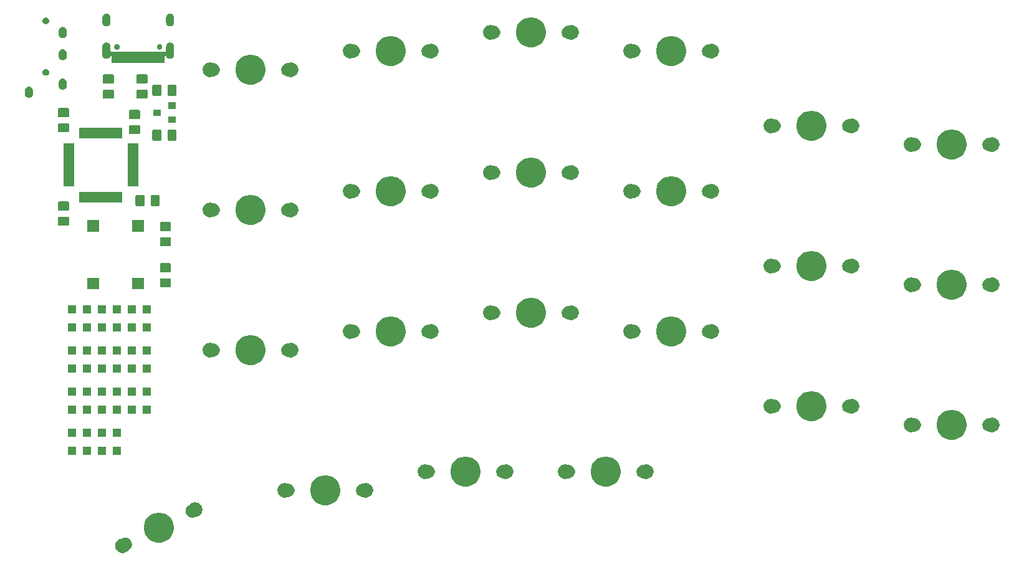
<source format=gts>
G04 #@! TF.GenerationSoftware,KiCad,Pcbnew,5.0.2+dfsg1-1*
G04 #@! TF.CreationDate,2020-08-02T18:17:23+02:00*
G04 #@! TF.ProjectId,right,72696768-742e-46b6-9963-61645f706362,rev?*
G04 #@! TF.SameCoordinates,Original*
G04 #@! TF.FileFunction,Soldermask,Top*
G04 #@! TF.FilePolarity,Negative*
%FSLAX46Y46*%
G04 Gerber Fmt 4.6, Leading zero omitted, Abs format (unit mm)*
G04 Created by KiCad (PCBNEW 5.0.2+dfsg1-1) date dim. 02 août 2020 18:17:23 CEST*
%MOMM*%
%LPD*%
G01*
G04 APERTURE LIST*
%ADD10C,0.100000*%
G04 APERTURE END LIST*
D10*
G36*
X95284545Y-138052309D02*
X95448517Y-138120229D01*
X95596087Y-138218832D01*
X95721586Y-138344331D01*
X95820189Y-138491901D01*
X95888109Y-138655873D01*
X95922733Y-138829944D01*
X95922733Y-139007426D01*
X95888109Y-139181497D01*
X95820189Y-139345469D01*
X95721586Y-139493039D01*
X95596087Y-139618538D01*
X95456435Y-139711850D01*
X95437502Y-139727388D01*
X95425208Y-139742369D01*
X95283964Y-139883613D01*
X95120011Y-139993163D01*
X94937842Y-140068620D01*
X94744451Y-140107088D01*
X94547271Y-140107088D01*
X94353880Y-140068620D01*
X94171711Y-139993163D01*
X94007758Y-139883613D01*
X93868336Y-139744191D01*
X93758786Y-139580238D01*
X93683329Y-139398069D01*
X93644861Y-139204678D01*
X93644861Y-139007498D01*
X93683329Y-138814107D01*
X93758786Y-138631938D01*
X93868336Y-138467985D01*
X94007758Y-138328563D01*
X94171711Y-138219013D01*
X94353880Y-138143556D01*
X94547271Y-138105088D01*
X94606641Y-138105088D01*
X94631027Y-138102686D01*
X94654463Y-138095577D01*
X94758921Y-138052309D01*
X94932992Y-138017685D01*
X95110474Y-138017685D01*
X95284545Y-138052309D01*
X95284545Y-138052309D01*
G37*
G36*
X100166252Y-134679818D02*
X100166254Y-134679819D01*
X100166255Y-134679819D01*
X100539513Y-134834427D01*
X100726955Y-134959672D01*
X100875439Y-135058886D01*
X101161114Y-135344561D01*
X101161116Y-135344564D01*
X101385573Y-135680487D01*
X101540181Y-136053745D01*
X101619000Y-136449994D01*
X101619000Y-136854006D01*
X101540181Y-137250255D01*
X101385573Y-137623513D01*
X101385572Y-137623514D01*
X101161114Y-137959439D01*
X100875439Y-138245114D01*
X100875436Y-138245116D01*
X100539513Y-138469573D01*
X100166255Y-138624181D01*
X100166254Y-138624181D01*
X100166252Y-138624182D01*
X99770007Y-138703000D01*
X99365993Y-138703000D01*
X98969748Y-138624182D01*
X98969746Y-138624181D01*
X98969745Y-138624181D01*
X98596487Y-138469573D01*
X98260564Y-138245116D01*
X98260561Y-138245114D01*
X97974886Y-137959439D01*
X97750428Y-137623514D01*
X97750427Y-137623513D01*
X97595819Y-137250255D01*
X97517000Y-136854006D01*
X97517000Y-136449994D01*
X97595819Y-136053745D01*
X97750427Y-135680487D01*
X97974884Y-135344564D01*
X97974886Y-135344561D01*
X98260561Y-135058886D01*
X98409045Y-134959672D01*
X98596487Y-134834427D01*
X98969745Y-134679819D01*
X98969746Y-134679819D01*
X98969748Y-134679818D01*
X99365993Y-134601000D01*
X99770007Y-134601000D01*
X100166252Y-134679818D01*
X100166252Y-134679818D01*
G37*
G36*
X104782120Y-133235380D02*
X104964289Y-133310837D01*
X105128242Y-133420387D01*
X105267664Y-133559809D01*
X105377214Y-133723762D01*
X105452671Y-133905931D01*
X105491139Y-134099322D01*
X105491139Y-134296502D01*
X105452671Y-134489893D01*
X105377214Y-134672062D01*
X105267664Y-134836015D01*
X105128242Y-134975437D01*
X104964289Y-135084987D01*
X104782120Y-135160444D01*
X104588729Y-135198912D01*
X104529359Y-135198912D01*
X104504973Y-135201314D01*
X104481537Y-135208423D01*
X104377079Y-135251691D01*
X104203008Y-135286315D01*
X104025526Y-135286315D01*
X103851455Y-135251691D01*
X103687483Y-135183771D01*
X103539913Y-135085168D01*
X103414414Y-134959669D01*
X103315811Y-134812099D01*
X103247891Y-134648127D01*
X103213267Y-134474056D01*
X103213267Y-134296574D01*
X103247891Y-134122503D01*
X103315811Y-133958531D01*
X103414414Y-133810961D01*
X103539913Y-133685462D01*
X103679565Y-133592150D01*
X103698498Y-133576612D01*
X103710792Y-133561631D01*
X103852036Y-133420387D01*
X104015989Y-133310837D01*
X104198158Y-133235380D01*
X104391549Y-133196912D01*
X104588729Y-133196912D01*
X104782120Y-133235380D01*
X104782120Y-133235380D01*
G37*
G36*
X122772252Y-129599818D02*
X122772254Y-129599819D01*
X122772255Y-129599819D01*
X123145513Y-129754427D01*
X123259298Y-129830456D01*
X123481439Y-129978886D01*
X123767114Y-130264561D01*
X123767116Y-130264564D01*
X123991573Y-130600487D01*
X124146181Y-130973745D01*
X124146182Y-130973748D01*
X124225000Y-131369993D01*
X124225000Y-131774007D01*
X124150936Y-132146354D01*
X124146181Y-132170255D01*
X123991573Y-132543513D01*
X123991572Y-132543514D01*
X123767114Y-132879439D01*
X123481439Y-133165114D01*
X123481436Y-133165116D01*
X123145513Y-133389573D01*
X122772255Y-133544181D01*
X122772254Y-133544181D01*
X122772252Y-133544182D01*
X122376007Y-133623000D01*
X121971993Y-133623000D01*
X121575748Y-133544182D01*
X121575746Y-133544181D01*
X121575745Y-133544181D01*
X121202487Y-133389573D01*
X120866564Y-133165116D01*
X120866561Y-133165114D01*
X120580886Y-132879439D01*
X120356428Y-132543514D01*
X120356427Y-132543513D01*
X120201819Y-132170255D01*
X120197065Y-132146354D01*
X120123000Y-131774007D01*
X120123000Y-131369993D01*
X120201818Y-130973748D01*
X120201819Y-130973745D01*
X120356427Y-130600487D01*
X120580884Y-130264564D01*
X120580886Y-130264561D01*
X120866561Y-129978886D01*
X121088702Y-129830456D01*
X121202487Y-129754427D01*
X121575745Y-129599819D01*
X121575746Y-129599819D01*
X121575748Y-129599818D01*
X121971993Y-129521000D01*
X122376007Y-129521000D01*
X122772252Y-129599818D01*
X122772252Y-129599818D01*
G37*
G36*
X116965981Y-130609468D02*
X117091561Y-130661485D01*
X117115010Y-130668598D01*
X117139396Y-130671000D01*
X117182741Y-130671000D01*
X117356812Y-130705624D01*
X117520784Y-130773544D01*
X117668354Y-130872147D01*
X117793853Y-130997646D01*
X117892456Y-131145216D01*
X117960376Y-131309188D01*
X117995000Y-131483259D01*
X117995000Y-131660741D01*
X117960376Y-131834812D01*
X117892456Y-131998784D01*
X117793853Y-132146354D01*
X117668354Y-132271853D01*
X117520784Y-132370456D01*
X117356812Y-132438376D01*
X117182741Y-132473000D01*
X117139396Y-132473000D01*
X117115010Y-132475402D01*
X117091561Y-132482515D01*
X116965981Y-132534532D01*
X116772590Y-132573000D01*
X116575410Y-132573000D01*
X116382019Y-132534532D01*
X116199850Y-132459075D01*
X116035897Y-132349525D01*
X115896475Y-132210103D01*
X115786925Y-132046150D01*
X115711468Y-131863981D01*
X115673000Y-131670590D01*
X115673000Y-131473410D01*
X115711468Y-131280019D01*
X115786925Y-131097850D01*
X115896475Y-130933897D01*
X116035897Y-130794475D01*
X116199850Y-130684925D01*
X116382019Y-130609468D01*
X116575410Y-130571000D01*
X116772590Y-130571000D01*
X116965981Y-130609468D01*
X116965981Y-130609468D01*
G37*
G36*
X127965981Y-130609468D02*
X128148150Y-130684925D01*
X128312103Y-130794475D01*
X128451525Y-130933897D01*
X128561075Y-131097850D01*
X128636532Y-131280019D01*
X128675000Y-131473410D01*
X128675000Y-131670590D01*
X128636532Y-131863981D01*
X128561075Y-132046150D01*
X128451525Y-132210103D01*
X128312103Y-132349525D01*
X128148150Y-132459075D01*
X127965981Y-132534532D01*
X127772590Y-132573000D01*
X127575410Y-132573000D01*
X127382019Y-132534532D01*
X127256439Y-132482515D01*
X127232990Y-132475402D01*
X127208604Y-132473000D01*
X127165259Y-132473000D01*
X126991188Y-132438376D01*
X126827216Y-132370456D01*
X126679646Y-132271853D01*
X126554147Y-132146354D01*
X126455544Y-131998784D01*
X126387624Y-131834812D01*
X126353000Y-131660741D01*
X126353000Y-131483259D01*
X126387624Y-131309188D01*
X126455544Y-131145216D01*
X126554147Y-130997646D01*
X126679646Y-130872147D01*
X126827216Y-130773544D01*
X126991188Y-130705624D01*
X127165259Y-130671000D01*
X127208604Y-130671000D01*
X127232990Y-130668598D01*
X127256439Y-130661485D01*
X127382019Y-130609468D01*
X127575410Y-130571000D01*
X127772590Y-130571000D01*
X127965981Y-130609468D01*
X127965981Y-130609468D01*
G37*
G36*
X160872252Y-127059818D02*
X160872254Y-127059819D01*
X160872255Y-127059819D01*
X161245513Y-127214427D01*
X161245514Y-127214428D01*
X161581439Y-127438886D01*
X161867114Y-127724561D01*
X161867116Y-127724564D01*
X162091573Y-128060487D01*
X162246181Y-128433745D01*
X162246182Y-128433748D01*
X162325000Y-128829993D01*
X162325000Y-129234007D01*
X162250936Y-129606354D01*
X162246181Y-129630255D01*
X162091573Y-130003513D01*
X162091572Y-130003514D01*
X161867114Y-130339439D01*
X161581439Y-130625114D01*
X161581436Y-130625116D01*
X161245513Y-130849573D01*
X160872255Y-131004181D01*
X160872254Y-131004181D01*
X160872252Y-131004182D01*
X160476007Y-131083000D01*
X160071993Y-131083000D01*
X159675748Y-131004182D01*
X159675746Y-131004181D01*
X159675745Y-131004181D01*
X159302487Y-130849573D01*
X158966564Y-130625116D01*
X158966561Y-130625114D01*
X158680886Y-130339439D01*
X158456428Y-130003514D01*
X158456427Y-130003513D01*
X158301819Y-129630255D01*
X158297065Y-129606354D01*
X158223000Y-129234007D01*
X158223000Y-128829993D01*
X158301818Y-128433748D01*
X158301819Y-128433745D01*
X158456427Y-128060487D01*
X158680884Y-127724564D01*
X158680886Y-127724561D01*
X158966561Y-127438886D01*
X159302486Y-127214428D01*
X159302487Y-127214427D01*
X159675745Y-127059819D01*
X159675746Y-127059819D01*
X159675748Y-127059818D01*
X160071993Y-126981000D01*
X160476007Y-126981000D01*
X160872252Y-127059818D01*
X160872252Y-127059818D01*
G37*
G36*
X141822252Y-127059818D02*
X141822254Y-127059819D01*
X141822255Y-127059819D01*
X142195513Y-127214427D01*
X142195514Y-127214428D01*
X142531439Y-127438886D01*
X142817114Y-127724561D01*
X142817116Y-127724564D01*
X143041573Y-128060487D01*
X143196181Y-128433745D01*
X143196182Y-128433748D01*
X143275000Y-128829993D01*
X143275000Y-129234007D01*
X143200936Y-129606354D01*
X143196181Y-129630255D01*
X143041573Y-130003513D01*
X143041572Y-130003514D01*
X142817114Y-130339439D01*
X142531439Y-130625114D01*
X142531436Y-130625116D01*
X142195513Y-130849573D01*
X141822255Y-131004181D01*
X141822254Y-131004181D01*
X141822252Y-131004182D01*
X141426007Y-131083000D01*
X141021993Y-131083000D01*
X140625748Y-131004182D01*
X140625746Y-131004181D01*
X140625745Y-131004181D01*
X140252487Y-130849573D01*
X139916564Y-130625116D01*
X139916561Y-130625114D01*
X139630886Y-130339439D01*
X139406428Y-130003514D01*
X139406427Y-130003513D01*
X139251819Y-129630255D01*
X139247065Y-129606354D01*
X139173000Y-129234007D01*
X139173000Y-128829993D01*
X139251818Y-128433748D01*
X139251819Y-128433745D01*
X139406427Y-128060487D01*
X139630884Y-127724564D01*
X139630886Y-127724561D01*
X139916561Y-127438886D01*
X140252486Y-127214428D01*
X140252487Y-127214427D01*
X140625745Y-127059819D01*
X140625746Y-127059819D01*
X140625748Y-127059818D01*
X141021993Y-126981000D01*
X141426007Y-126981000D01*
X141822252Y-127059818D01*
X141822252Y-127059818D01*
G37*
G36*
X166065981Y-128069468D02*
X166248150Y-128144925D01*
X166412103Y-128254475D01*
X166551525Y-128393897D01*
X166661075Y-128557850D01*
X166736532Y-128740019D01*
X166775000Y-128933410D01*
X166775000Y-129130590D01*
X166736532Y-129323981D01*
X166661075Y-129506150D01*
X166551525Y-129670103D01*
X166412103Y-129809525D01*
X166248150Y-129919075D01*
X166065981Y-129994532D01*
X165872590Y-130033000D01*
X165675410Y-130033000D01*
X165482019Y-129994532D01*
X165356439Y-129942515D01*
X165332990Y-129935402D01*
X165308604Y-129933000D01*
X165265259Y-129933000D01*
X165091188Y-129898376D01*
X164927216Y-129830456D01*
X164779646Y-129731853D01*
X164654147Y-129606354D01*
X164555544Y-129458784D01*
X164487624Y-129294812D01*
X164453000Y-129120741D01*
X164453000Y-128943259D01*
X164487624Y-128769188D01*
X164555544Y-128605216D01*
X164654147Y-128457646D01*
X164779646Y-128332147D01*
X164927216Y-128233544D01*
X165091188Y-128165624D01*
X165265259Y-128131000D01*
X165308604Y-128131000D01*
X165332990Y-128128598D01*
X165356439Y-128121485D01*
X165482019Y-128069468D01*
X165675410Y-128031000D01*
X165872590Y-128031000D01*
X166065981Y-128069468D01*
X166065981Y-128069468D01*
G37*
G36*
X155065981Y-128069468D02*
X155191561Y-128121485D01*
X155215010Y-128128598D01*
X155239396Y-128131000D01*
X155282741Y-128131000D01*
X155456812Y-128165624D01*
X155620784Y-128233544D01*
X155768354Y-128332147D01*
X155893853Y-128457646D01*
X155992456Y-128605216D01*
X156060376Y-128769188D01*
X156095000Y-128943259D01*
X156095000Y-129120741D01*
X156060376Y-129294812D01*
X155992456Y-129458784D01*
X155893853Y-129606354D01*
X155768354Y-129731853D01*
X155620784Y-129830456D01*
X155456812Y-129898376D01*
X155282741Y-129933000D01*
X155239396Y-129933000D01*
X155215010Y-129935402D01*
X155191561Y-129942515D01*
X155065981Y-129994532D01*
X154872590Y-130033000D01*
X154675410Y-130033000D01*
X154482019Y-129994532D01*
X154299850Y-129919075D01*
X154135897Y-129809525D01*
X153996475Y-129670103D01*
X153886925Y-129506150D01*
X153811468Y-129323981D01*
X153773000Y-129130590D01*
X153773000Y-128933410D01*
X153811468Y-128740019D01*
X153886925Y-128557850D01*
X153996475Y-128393897D01*
X154135897Y-128254475D01*
X154299850Y-128144925D01*
X154482019Y-128069468D01*
X154675410Y-128031000D01*
X154872590Y-128031000D01*
X155065981Y-128069468D01*
X155065981Y-128069468D01*
G37*
G36*
X147015981Y-128069468D02*
X147198150Y-128144925D01*
X147362103Y-128254475D01*
X147501525Y-128393897D01*
X147611075Y-128557850D01*
X147686532Y-128740019D01*
X147725000Y-128933410D01*
X147725000Y-129130590D01*
X147686532Y-129323981D01*
X147611075Y-129506150D01*
X147501525Y-129670103D01*
X147362103Y-129809525D01*
X147198150Y-129919075D01*
X147015981Y-129994532D01*
X146822590Y-130033000D01*
X146625410Y-130033000D01*
X146432019Y-129994532D01*
X146306439Y-129942515D01*
X146282990Y-129935402D01*
X146258604Y-129933000D01*
X146215259Y-129933000D01*
X146041188Y-129898376D01*
X145877216Y-129830456D01*
X145729646Y-129731853D01*
X145604147Y-129606354D01*
X145505544Y-129458784D01*
X145437624Y-129294812D01*
X145403000Y-129120741D01*
X145403000Y-128943259D01*
X145437624Y-128769188D01*
X145505544Y-128605216D01*
X145604147Y-128457646D01*
X145729646Y-128332147D01*
X145877216Y-128233544D01*
X146041188Y-128165624D01*
X146215259Y-128131000D01*
X146258604Y-128131000D01*
X146282990Y-128128598D01*
X146306439Y-128121485D01*
X146432019Y-128069468D01*
X146625410Y-128031000D01*
X146822590Y-128031000D01*
X147015981Y-128069468D01*
X147015981Y-128069468D01*
G37*
G36*
X136015981Y-128069468D02*
X136141561Y-128121485D01*
X136165010Y-128128598D01*
X136189396Y-128131000D01*
X136232741Y-128131000D01*
X136406812Y-128165624D01*
X136570784Y-128233544D01*
X136718354Y-128332147D01*
X136843853Y-128457646D01*
X136942456Y-128605216D01*
X137010376Y-128769188D01*
X137045000Y-128943259D01*
X137045000Y-129120741D01*
X137010376Y-129294812D01*
X136942456Y-129458784D01*
X136843853Y-129606354D01*
X136718354Y-129731853D01*
X136570784Y-129830456D01*
X136406812Y-129898376D01*
X136232741Y-129933000D01*
X136189396Y-129933000D01*
X136165010Y-129935402D01*
X136141561Y-129942515D01*
X136015981Y-129994532D01*
X135822590Y-130033000D01*
X135625410Y-130033000D01*
X135432019Y-129994532D01*
X135249850Y-129919075D01*
X135085897Y-129809525D01*
X134946475Y-129670103D01*
X134836925Y-129506150D01*
X134761468Y-129323981D01*
X134723000Y-129130590D01*
X134723000Y-128933410D01*
X134761468Y-128740019D01*
X134836925Y-128557850D01*
X134946475Y-128393897D01*
X135085897Y-128254475D01*
X135249850Y-128144925D01*
X135432019Y-128069468D01*
X135625410Y-128031000D01*
X135822590Y-128031000D01*
X136015981Y-128069468D01*
X136015981Y-128069468D01*
G37*
G36*
X88308000Y-126769000D02*
X87206000Y-126769000D01*
X87206000Y-125667000D01*
X88308000Y-125667000D01*
X88308000Y-126769000D01*
X88308000Y-126769000D01*
G37*
G36*
X92372000Y-126769000D02*
X91270000Y-126769000D01*
X91270000Y-125667000D01*
X92372000Y-125667000D01*
X92372000Y-126769000D01*
X92372000Y-126769000D01*
G37*
G36*
X94404000Y-126769000D02*
X93302000Y-126769000D01*
X93302000Y-125667000D01*
X94404000Y-125667000D01*
X94404000Y-126769000D01*
X94404000Y-126769000D01*
G37*
G36*
X90340000Y-126769000D02*
X89238000Y-126769000D01*
X89238000Y-125667000D01*
X90340000Y-125667000D01*
X90340000Y-126769000D01*
X90340000Y-126769000D01*
G37*
G36*
X207862252Y-120709818D02*
X207862254Y-120709819D01*
X207862255Y-120709819D01*
X208235513Y-120864427D01*
X208349298Y-120940456D01*
X208571439Y-121088886D01*
X208857114Y-121374561D01*
X208857116Y-121374564D01*
X209081573Y-121710487D01*
X209236181Y-122083745D01*
X209236182Y-122083748D01*
X209315000Y-122479993D01*
X209315000Y-122884007D01*
X209240936Y-123256354D01*
X209236181Y-123280255D01*
X209081573Y-123653513D01*
X209081572Y-123653514D01*
X208857114Y-123989439D01*
X208571439Y-124275114D01*
X208571436Y-124275116D01*
X208235513Y-124499573D01*
X207862255Y-124654181D01*
X207862254Y-124654181D01*
X207862252Y-124654182D01*
X207466007Y-124733000D01*
X207061993Y-124733000D01*
X206665748Y-124654182D01*
X206665746Y-124654181D01*
X206665745Y-124654181D01*
X206292487Y-124499573D01*
X205956564Y-124275116D01*
X205956561Y-124275114D01*
X205670886Y-123989439D01*
X205446428Y-123653514D01*
X205446427Y-123653513D01*
X205291819Y-123280255D01*
X205287065Y-123256354D01*
X205213000Y-122884007D01*
X205213000Y-122479993D01*
X205291818Y-122083748D01*
X205291819Y-122083745D01*
X205446427Y-121710487D01*
X205670884Y-121374564D01*
X205670886Y-121374561D01*
X205956561Y-121088886D01*
X206178702Y-120940456D01*
X206292487Y-120864427D01*
X206665745Y-120709819D01*
X206665746Y-120709819D01*
X206665748Y-120709818D01*
X207061993Y-120631000D01*
X207466007Y-120631000D01*
X207862252Y-120709818D01*
X207862252Y-120709818D01*
G37*
G36*
X88308000Y-124269000D02*
X87206000Y-124269000D01*
X87206000Y-123167000D01*
X88308000Y-123167000D01*
X88308000Y-124269000D01*
X88308000Y-124269000D01*
G37*
G36*
X92372000Y-124269000D02*
X91270000Y-124269000D01*
X91270000Y-123167000D01*
X92372000Y-123167000D01*
X92372000Y-124269000D01*
X92372000Y-124269000D01*
G37*
G36*
X90340000Y-124269000D02*
X89238000Y-124269000D01*
X89238000Y-123167000D01*
X90340000Y-123167000D01*
X90340000Y-124269000D01*
X90340000Y-124269000D01*
G37*
G36*
X94404000Y-124269000D02*
X93302000Y-124269000D01*
X93302000Y-123167000D01*
X94404000Y-123167000D01*
X94404000Y-124269000D01*
X94404000Y-124269000D01*
G37*
G36*
X213055981Y-121719468D02*
X213238150Y-121794925D01*
X213402103Y-121904475D01*
X213541525Y-122043897D01*
X213651075Y-122207850D01*
X213726532Y-122390019D01*
X213765000Y-122583410D01*
X213765000Y-122780590D01*
X213726532Y-122973981D01*
X213651075Y-123156150D01*
X213541525Y-123320103D01*
X213402103Y-123459525D01*
X213238150Y-123569075D01*
X213055981Y-123644532D01*
X212862590Y-123683000D01*
X212665410Y-123683000D01*
X212472019Y-123644532D01*
X212346439Y-123592515D01*
X212322990Y-123585402D01*
X212298604Y-123583000D01*
X212255259Y-123583000D01*
X212081188Y-123548376D01*
X211917216Y-123480456D01*
X211769646Y-123381853D01*
X211644147Y-123256354D01*
X211545544Y-123108784D01*
X211477624Y-122944812D01*
X211443000Y-122770741D01*
X211443000Y-122593259D01*
X211477624Y-122419188D01*
X211545544Y-122255216D01*
X211644147Y-122107646D01*
X211769646Y-121982147D01*
X211917216Y-121883544D01*
X212081188Y-121815624D01*
X212255259Y-121781000D01*
X212298604Y-121781000D01*
X212322990Y-121778598D01*
X212346439Y-121771485D01*
X212472019Y-121719468D01*
X212665410Y-121681000D01*
X212862590Y-121681000D01*
X213055981Y-121719468D01*
X213055981Y-121719468D01*
G37*
G36*
X202055981Y-121719468D02*
X202181561Y-121771485D01*
X202205010Y-121778598D01*
X202229396Y-121781000D01*
X202272741Y-121781000D01*
X202446812Y-121815624D01*
X202610784Y-121883544D01*
X202758354Y-121982147D01*
X202883853Y-122107646D01*
X202982456Y-122255216D01*
X203050376Y-122419188D01*
X203085000Y-122593259D01*
X203085000Y-122770741D01*
X203050376Y-122944812D01*
X202982456Y-123108784D01*
X202883853Y-123256354D01*
X202758354Y-123381853D01*
X202610784Y-123480456D01*
X202446812Y-123548376D01*
X202272741Y-123583000D01*
X202229396Y-123583000D01*
X202205010Y-123585402D01*
X202181561Y-123592515D01*
X202055981Y-123644532D01*
X201862590Y-123683000D01*
X201665410Y-123683000D01*
X201472019Y-123644532D01*
X201289850Y-123569075D01*
X201125897Y-123459525D01*
X200986475Y-123320103D01*
X200876925Y-123156150D01*
X200801468Y-122973981D01*
X200763000Y-122780590D01*
X200763000Y-122583410D01*
X200801468Y-122390019D01*
X200876925Y-122207850D01*
X200986475Y-122043897D01*
X201125897Y-121904475D01*
X201289850Y-121794925D01*
X201472019Y-121719468D01*
X201665410Y-121681000D01*
X201862590Y-121681000D01*
X202055981Y-121719468D01*
X202055981Y-121719468D01*
G37*
G36*
X188812252Y-118169818D02*
X188812254Y-118169819D01*
X188812255Y-118169819D01*
X189185513Y-118324427D01*
X189185514Y-118324428D01*
X189521439Y-118548886D01*
X189807114Y-118834561D01*
X189807116Y-118834564D01*
X190031573Y-119170487D01*
X190186181Y-119543745D01*
X190186182Y-119543748D01*
X190265000Y-119939993D01*
X190265000Y-120344007D01*
X190190936Y-120716354D01*
X190186181Y-120740255D01*
X190031573Y-121113513D01*
X189857146Y-121374561D01*
X189807114Y-121449439D01*
X189521439Y-121735114D01*
X189521436Y-121735116D01*
X189185513Y-121959573D01*
X188812255Y-122114181D01*
X188812254Y-122114181D01*
X188812252Y-122114182D01*
X188416007Y-122193000D01*
X188011993Y-122193000D01*
X187615748Y-122114182D01*
X187615746Y-122114181D01*
X187615745Y-122114181D01*
X187242487Y-121959573D01*
X186906564Y-121735116D01*
X186906561Y-121735114D01*
X186620886Y-121449439D01*
X186570854Y-121374561D01*
X186396427Y-121113513D01*
X186241819Y-120740255D01*
X186237065Y-120716354D01*
X186163000Y-120344007D01*
X186163000Y-119939993D01*
X186241818Y-119543748D01*
X186241819Y-119543745D01*
X186396427Y-119170487D01*
X186620884Y-118834564D01*
X186620886Y-118834561D01*
X186906561Y-118548886D01*
X187242486Y-118324428D01*
X187242487Y-118324427D01*
X187615745Y-118169819D01*
X187615746Y-118169819D01*
X187615748Y-118169818D01*
X188011993Y-118091000D01*
X188416007Y-118091000D01*
X188812252Y-118169818D01*
X188812252Y-118169818D01*
G37*
G36*
X88308000Y-121181000D02*
X87206000Y-121181000D01*
X87206000Y-120079000D01*
X88308000Y-120079000D01*
X88308000Y-121181000D01*
X88308000Y-121181000D01*
G37*
G36*
X90340000Y-121181000D02*
X89238000Y-121181000D01*
X89238000Y-120079000D01*
X90340000Y-120079000D01*
X90340000Y-121181000D01*
X90340000Y-121181000D01*
G37*
G36*
X96436000Y-121181000D02*
X95334000Y-121181000D01*
X95334000Y-120079000D01*
X96436000Y-120079000D01*
X96436000Y-121181000D01*
X96436000Y-121181000D01*
G37*
G36*
X98468000Y-121181000D02*
X97366000Y-121181000D01*
X97366000Y-120079000D01*
X98468000Y-120079000D01*
X98468000Y-121181000D01*
X98468000Y-121181000D01*
G37*
G36*
X92372000Y-121181000D02*
X91270000Y-121181000D01*
X91270000Y-120079000D01*
X92372000Y-120079000D01*
X92372000Y-121181000D01*
X92372000Y-121181000D01*
G37*
G36*
X94404000Y-121181000D02*
X93302000Y-121181000D01*
X93302000Y-120079000D01*
X94404000Y-120079000D01*
X94404000Y-121181000D01*
X94404000Y-121181000D01*
G37*
G36*
X183005981Y-119179468D02*
X183131561Y-119231485D01*
X183155010Y-119238598D01*
X183179396Y-119241000D01*
X183222741Y-119241000D01*
X183396812Y-119275624D01*
X183560784Y-119343544D01*
X183708354Y-119442147D01*
X183833853Y-119567646D01*
X183932456Y-119715216D01*
X184000376Y-119879188D01*
X184035000Y-120053259D01*
X184035000Y-120230741D01*
X184000376Y-120404812D01*
X183932456Y-120568784D01*
X183833853Y-120716354D01*
X183708354Y-120841853D01*
X183560784Y-120940456D01*
X183396812Y-121008376D01*
X183222741Y-121043000D01*
X183179396Y-121043000D01*
X183155010Y-121045402D01*
X183131561Y-121052515D01*
X183005981Y-121104532D01*
X182812590Y-121143000D01*
X182615410Y-121143000D01*
X182422019Y-121104532D01*
X182239850Y-121029075D01*
X182075897Y-120919525D01*
X181936475Y-120780103D01*
X181826925Y-120616150D01*
X181751468Y-120433981D01*
X181713000Y-120240590D01*
X181713000Y-120043410D01*
X181751468Y-119850019D01*
X181826925Y-119667850D01*
X181936475Y-119503897D01*
X182075897Y-119364475D01*
X182239850Y-119254925D01*
X182422019Y-119179468D01*
X182615410Y-119141000D01*
X182812590Y-119141000D01*
X183005981Y-119179468D01*
X183005981Y-119179468D01*
G37*
G36*
X194005981Y-119179468D02*
X194188150Y-119254925D01*
X194352103Y-119364475D01*
X194491525Y-119503897D01*
X194601075Y-119667850D01*
X194676532Y-119850019D01*
X194715000Y-120043410D01*
X194715000Y-120240590D01*
X194676532Y-120433981D01*
X194601075Y-120616150D01*
X194491525Y-120780103D01*
X194352103Y-120919525D01*
X194188150Y-121029075D01*
X194005981Y-121104532D01*
X193812590Y-121143000D01*
X193615410Y-121143000D01*
X193422019Y-121104532D01*
X193296439Y-121052515D01*
X193272990Y-121045402D01*
X193248604Y-121043000D01*
X193205259Y-121043000D01*
X193031188Y-121008376D01*
X192867216Y-120940456D01*
X192719646Y-120841853D01*
X192594147Y-120716354D01*
X192495544Y-120568784D01*
X192427624Y-120404812D01*
X192393000Y-120230741D01*
X192393000Y-120053259D01*
X192427624Y-119879188D01*
X192495544Y-119715216D01*
X192594147Y-119567646D01*
X192719646Y-119442147D01*
X192867216Y-119343544D01*
X193031188Y-119275624D01*
X193205259Y-119241000D01*
X193248604Y-119241000D01*
X193272990Y-119238598D01*
X193296439Y-119231485D01*
X193422019Y-119179468D01*
X193615410Y-119141000D01*
X193812590Y-119141000D01*
X194005981Y-119179468D01*
X194005981Y-119179468D01*
G37*
G36*
X94404000Y-118681000D02*
X93302000Y-118681000D01*
X93302000Y-117579000D01*
X94404000Y-117579000D01*
X94404000Y-118681000D01*
X94404000Y-118681000D01*
G37*
G36*
X98468000Y-118681000D02*
X97366000Y-118681000D01*
X97366000Y-117579000D01*
X98468000Y-117579000D01*
X98468000Y-118681000D01*
X98468000Y-118681000D01*
G37*
G36*
X96436000Y-118681000D02*
X95334000Y-118681000D01*
X95334000Y-117579000D01*
X96436000Y-117579000D01*
X96436000Y-118681000D01*
X96436000Y-118681000D01*
G37*
G36*
X90340000Y-118681000D02*
X89238000Y-118681000D01*
X89238000Y-117579000D01*
X90340000Y-117579000D01*
X90340000Y-118681000D01*
X90340000Y-118681000D01*
G37*
G36*
X92372000Y-118681000D02*
X91270000Y-118681000D01*
X91270000Y-117579000D01*
X92372000Y-117579000D01*
X92372000Y-118681000D01*
X92372000Y-118681000D01*
G37*
G36*
X88308000Y-118681000D02*
X87206000Y-118681000D01*
X87206000Y-117579000D01*
X88308000Y-117579000D01*
X88308000Y-118681000D01*
X88308000Y-118681000D01*
G37*
G36*
X92372000Y-115593000D02*
X91270000Y-115593000D01*
X91270000Y-114491000D01*
X92372000Y-114491000D01*
X92372000Y-115593000D01*
X92372000Y-115593000D01*
G37*
G36*
X94404000Y-115593000D02*
X93302000Y-115593000D01*
X93302000Y-114491000D01*
X94404000Y-114491000D01*
X94404000Y-115593000D01*
X94404000Y-115593000D01*
G37*
G36*
X96436000Y-115593000D02*
X95334000Y-115593000D01*
X95334000Y-114491000D01*
X96436000Y-114491000D01*
X96436000Y-115593000D01*
X96436000Y-115593000D01*
G37*
G36*
X98468000Y-115593000D02*
X97366000Y-115593000D01*
X97366000Y-114491000D01*
X98468000Y-114491000D01*
X98468000Y-115593000D01*
X98468000Y-115593000D01*
G37*
G36*
X90340000Y-115593000D02*
X89238000Y-115593000D01*
X89238000Y-114491000D01*
X90340000Y-114491000D01*
X90340000Y-115593000D01*
X90340000Y-115593000D01*
G37*
G36*
X88308000Y-115593000D02*
X87206000Y-115593000D01*
X87206000Y-114491000D01*
X88308000Y-114491000D01*
X88308000Y-115593000D01*
X88308000Y-115593000D01*
G37*
G36*
X112612252Y-110549818D02*
X112612254Y-110549819D01*
X112612255Y-110549819D01*
X112985513Y-110704427D01*
X113099298Y-110780456D01*
X113321439Y-110928886D01*
X113607114Y-111214561D01*
X113607116Y-111214564D01*
X113831573Y-111550487D01*
X113986181Y-111923745D01*
X113986182Y-111923748D01*
X114065000Y-112319993D01*
X114065000Y-112724007D01*
X113990936Y-113096354D01*
X113986181Y-113120255D01*
X113831573Y-113493513D01*
X113831572Y-113493514D01*
X113607114Y-113829439D01*
X113321439Y-114115114D01*
X113321436Y-114115116D01*
X112985513Y-114339573D01*
X112612255Y-114494181D01*
X112612254Y-114494181D01*
X112612252Y-114494182D01*
X112216007Y-114573000D01*
X111811993Y-114573000D01*
X111415748Y-114494182D01*
X111415746Y-114494181D01*
X111415745Y-114494181D01*
X111042487Y-114339573D01*
X110706564Y-114115116D01*
X110706561Y-114115114D01*
X110420886Y-113829439D01*
X110196428Y-113493514D01*
X110196427Y-113493513D01*
X110041819Y-113120255D01*
X110037065Y-113096354D01*
X109963000Y-112724007D01*
X109963000Y-112319993D01*
X110041818Y-111923748D01*
X110041819Y-111923745D01*
X110196427Y-111550487D01*
X110420884Y-111214564D01*
X110420886Y-111214561D01*
X110706561Y-110928886D01*
X110928702Y-110780456D01*
X111042487Y-110704427D01*
X111415745Y-110549819D01*
X111415746Y-110549819D01*
X111415748Y-110549818D01*
X111811993Y-110471000D01*
X112216007Y-110471000D01*
X112612252Y-110549818D01*
X112612252Y-110549818D01*
G37*
G36*
X117805981Y-111559468D02*
X117988150Y-111634925D01*
X118152103Y-111744475D01*
X118291525Y-111883897D01*
X118401075Y-112047850D01*
X118476532Y-112230019D01*
X118515000Y-112423410D01*
X118515000Y-112620590D01*
X118476532Y-112813981D01*
X118401075Y-112996150D01*
X118291525Y-113160103D01*
X118152103Y-113299525D01*
X117988150Y-113409075D01*
X117805981Y-113484532D01*
X117612590Y-113523000D01*
X117415410Y-113523000D01*
X117222019Y-113484532D01*
X117096439Y-113432515D01*
X117072990Y-113425402D01*
X117048604Y-113423000D01*
X117005259Y-113423000D01*
X116831188Y-113388376D01*
X116667216Y-113320456D01*
X116519646Y-113221853D01*
X116394147Y-113096354D01*
X116295544Y-112948784D01*
X116227624Y-112784812D01*
X116193000Y-112610741D01*
X116193000Y-112433259D01*
X116227624Y-112259188D01*
X116295544Y-112095216D01*
X116394147Y-111947646D01*
X116519646Y-111822147D01*
X116667216Y-111723544D01*
X116831188Y-111655624D01*
X117005259Y-111621000D01*
X117048604Y-111621000D01*
X117072990Y-111618598D01*
X117096439Y-111611485D01*
X117222019Y-111559468D01*
X117415410Y-111521000D01*
X117612590Y-111521000D01*
X117805981Y-111559468D01*
X117805981Y-111559468D01*
G37*
G36*
X106805981Y-111559468D02*
X106931561Y-111611485D01*
X106955010Y-111618598D01*
X106979396Y-111621000D01*
X107022741Y-111621000D01*
X107196812Y-111655624D01*
X107360784Y-111723544D01*
X107508354Y-111822147D01*
X107633853Y-111947646D01*
X107732456Y-112095216D01*
X107800376Y-112259188D01*
X107835000Y-112433259D01*
X107835000Y-112610741D01*
X107800376Y-112784812D01*
X107732456Y-112948784D01*
X107633853Y-113096354D01*
X107508354Y-113221853D01*
X107360784Y-113320456D01*
X107196812Y-113388376D01*
X107022741Y-113423000D01*
X106979396Y-113423000D01*
X106955010Y-113425402D01*
X106931561Y-113432515D01*
X106805981Y-113484532D01*
X106612590Y-113523000D01*
X106415410Y-113523000D01*
X106222019Y-113484532D01*
X106039850Y-113409075D01*
X105875897Y-113299525D01*
X105736475Y-113160103D01*
X105626925Y-112996150D01*
X105551468Y-112813981D01*
X105513000Y-112620590D01*
X105513000Y-112423410D01*
X105551468Y-112230019D01*
X105626925Y-112047850D01*
X105736475Y-111883897D01*
X105875897Y-111744475D01*
X106039850Y-111634925D01*
X106222019Y-111559468D01*
X106415410Y-111521000D01*
X106612590Y-111521000D01*
X106805981Y-111559468D01*
X106805981Y-111559468D01*
G37*
G36*
X92372000Y-113093000D02*
X91270000Y-113093000D01*
X91270000Y-111991000D01*
X92372000Y-111991000D01*
X92372000Y-113093000D01*
X92372000Y-113093000D01*
G37*
G36*
X90340000Y-113093000D02*
X89238000Y-113093000D01*
X89238000Y-111991000D01*
X90340000Y-111991000D01*
X90340000Y-113093000D01*
X90340000Y-113093000D01*
G37*
G36*
X88308000Y-113093000D02*
X87206000Y-113093000D01*
X87206000Y-111991000D01*
X88308000Y-111991000D01*
X88308000Y-113093000D01*
X88308000Y-113093000D01*
G37*
G36*
X96436000Y-113093000D02*
X95334000Y-113093000D01*
X95334000Y-111991000D01*
X96436000Y-111991000D01*
X96436000Y-113093000D01*
X96436000Y-113093000D01*
G37*
G36*
X98468000Y-113093000D02*
X97366000Y-113093000D01*
X97366000Y-111991000D01*
X98468000Y-111991000D01*
X98468000Y-113093000D01*
X98468000Y-113093000D01*
G37*
G36*
X94404000Y-113093000D02*
X93302000Y-113093000D01*
X93302000Y-111991000D01*
X94404000Y-111991000D01*
X94404000Y-113093000D01*
X94404000Y-113093000D01*
G37*
G36*
X131662252Y-108009818D02*
X131662254Y-108009819D01*
X131662255Y-108009819D01*
X132035513Y-108164427D01*
X132149298Y-108240456D01*
X132371439Y-108388886D01*
X132657114Y-108674561D01*
X132657116Y-108674564D01*
X132881573Y-109010487D01*
X133036181Y-109383745D01*
X133036182Y-109383748D01*
X133115000Y-109779993D01*
X133115000Y-110184007D01*
X133040936Y-110556354D01*
X133036181Y-110580255D01*
X132881573Y-110953513D01*
X132881572Y-110953514D01*
X132657114Y-111289439D01*
X132371439Y-111575114D01*
X132371436Y-111575116D01*
X132035513Y-111799573D01*
X131662255Y-111954181D01*
X131662254Y-111954181D01*
X131662252Y-111954182D01*
X131266007Y-112033000D01*
X130861993Y-112033000D01*
X130465748Y-111954182D01*
X130465746Y-111954181D01*
X130465745Y-111954181D01*
X130092487Y-111799573D01*
X129756564Y-111575116D01*
X129756561Y-111575114D01*
X129470886Y-111289439D01*
X129246428Y-110953514D01*
X129246427Y-110953513D01*
X129091819Y-110580255D01*
X129087065Y-110556354D01*
X129013000Y-110184007D01*
X129013000Y-109779993D01*
X129091818Y-109383748D01*
X129091819Y-109383745D01*
X129246427Y-109010487D01*
X129470884Y-108674564D01*
X129470886Y-108674561D01*
X129756561Y-108388886D01*
X129978702Y-108240456D01*
X130092487Y-108164427D01*
X130465745Y-108009819D01*
X130465746Y-108009819D01*
X130465748Y-108009818D01*
X130861993Y-107931000D01*
X131266007Y-107931000D01*
X131662252Y-108009818D01*
X131662252Y-108009818D01*
G37*
G36*
X169762252Y-108009818D02*
X169762254Y-108009819D01*
X169762255Y-108009819D01*
X170135513Y-108164427D01*
X170249298Y-108240456D01*
X170471439Y-108388886D01*
X170757114Y-108674561D01*
X170757116Y-108674564D01*
X170981573Y-109010487D01*
X171136181Y-109383745D01*
X171136182Y-109383748D01*
X171215000Y-109779993D01*
X171215000Y-110184007D01*
X171140936Y-110556354D01*
X171136181Y-110580255D01*
X170981573Y-110953513D01*
X170981572Y-110953514D01*
X170757114Y-111289439D01*
X170471439Y-111575114D01*
X170471436Y-111575116D01*
X170135513Y-111799573D01*
X169762255Y-111954181D01*
X169762254Y-111954181D01*
X169762252Y-111954182D01*
X169366007Y-112033000D01*
X168961993Y-112033000D01*
X168565748Y-111954182D01*
X168565746Y-111954181D01*
X168565745Y-111954181D01*
X168192487Y-111799573D01*
X167856564Y-111575116D01*
X167856561Y-111575114D01*
X167570886Y-111289439D01*
X167346428Y-110953514D01*
X167346427Y-110953513D01*
X167191819Y-110580255D01*
X167187065Y-110556354D01*
X167113000Y-110184007D01*
X167113000Y-109779993D01*
X167191818Y-109383748D01*
X167191819Y-109383745D01*
X167346427Y-109010487D01*
X167570884Y-108674564D01*
X167570886Y-108674561D01*
X167856561Y-108388886D01*
X168078702Y-108240456D01*
X168192487Y-108164427D01*
X168565745Y-108009819D01*
X168565746Y-108009819D01*
X168565748Y-108009818D01*
X168961993Y-107931000D01*
X169366007Y-107931000D01*
X169762252Y-108009818D01*
X169762252Y-108009818D01*
G37*
G36*
X163955981Y-109019468D02*
X164081561Y-109071485D01*
X164105010Y-109078598D01*
X164129396Y-109081000D01*
X164172741Y-109081000D01*
X164346812Y-109115624D01*
X164510784Y-109183544D01*
X164658354Y-109282147D01*
X164783853Y-109407646D01*
X164882456Y-109555216D01*
X164950376Y-109719188D01*
X164985000Y-109893259D01*
X164985000Y-110070741D01*
X164950376Y-110244812D01*
X164882456Y-110408784D01*
X164783853Y-110556354D01*
X164658354Y-110681853D01*
X164510784Y-110780456D01*
X164346812Y-110848376D01*
X164172741Y-110883000D01*
X164129396Y-110883000D01*
X164105010Y-110885402D01*
X164081561Y-110892515D01*
X163955981Y-110944532D01*
X163762590Y-110983000D01*
X163565410Y-110983000D01*
X163372019Y-110944532D01*
X163189850Y-110869075D01*
X163025897Y-110759525D01*
X162886475Y-110620103D01*
X162776925Y-110456150D01*
X162701468Y-110273981D01*
X162663000Y-110080590D01*
X162663000Y-109883410D01*
X162701468Y-109690019D01*
X162776925Y-109507850D01*
X162886475Y-109343897D01*
X163025897Y-109204475D01*
X163189850Y-109094925D01*
X163372019Y-109019468D01*
X163565410Y-108981000D01*
X163762590Y-108981000D01*
X163955981Y-109019468D01*
X163955981Y-109019468D01*
G37*
G36*
X174955981Y-109019468D02*
X175138150Y-109094925D01*
X175302103Y-109204475D01*
X175441525Y-109343897D01*
X175551075Y-109507850D01*
X175626532Y-109690019D01*
X175665000Y-109883410D01*
X175665000Y-110080590D01*
X175626532Y-110273981D01*
X175551075Y-110456150D01*
X175441525Y-110620103D01*
X175302103Y-110759525D01*
X175138150Y-110869075D01*
X174955981Y-110944532D01*
X174762590Y-110983000D01*
X174565410Y-110983000D01*
X174372019Y-110944532D01*
X174246439Y-110892515D01*
X174222990Y-110885402D01*
X174198604Y-110883000D01*
X174155259Y-110883000D01*
X173981188Y-110848376D01*
X173817216Y-110780456D01*
X173669646Y-110681853D01*
X173544147Y-110556354D01*
X173445544Y-110408784D01*
X173377624Y-110244812D01*
X173343000Y-110070741D01*
X173343000Y-109893259D01*
X173377624Y-109719188D01*
X173445544Y-109555216D01*
X173544147Y-109407646D01*
X173669646Y-109282147D01*
X173817216Y-109183544D01*
X173981188Y-109115624D01*
X174155259Y-109081000D01*
X174198604Y-109081000D01*
X174222990Y-109078598D01*
X174246439Y-109071485D01*
X174372019Y-109019468D01*
X174565410Y-108981000D01*
X174762590Y-108981000D01*
X174955981Y-109019468D01*
X174955981Y-109019468D01*
G37*
G36*
X136855981Y-109019468D02*
X137038150Y-109094925D01*
X137202103Y-109204475D01*
X137341525Y-109343897D01*
X137451075Y-109507850D01*
X137526532Y-109690019D01*
X137565000Y-109883410D01*
X137565000Y-110080590D01*
X137526532Y-110273981D01*
X137451075Y-110456150D01*
X137341525Y-110620103D01*
X137202103Y-110759525D01*
X137038150Y-110869075D01*
X136855981Y-110944532D01*
X136662590Y-110983000D01*
X136465410Y-110983000D01*
X136272019Y-110944532D01*
X136146439Y-110892515D01*
X136122990Y-110885402D01*
X136098604Y-110883000D01*
X136055259Y-110883000D01*
X135881188Y-110848376D01*
X135717216Y-110780456D01*
X135569646Y-110681853D01*
X135444147Y-110556354D01*
X135345544Y-110408784D01*
X135277624Y-110244812D01*
X135243000Y-110070741D01*
X135243000Y-109893259D01*
X135277624Y-109719188D01*
X135345544Y-109555216D01*
X135444147Y-109407646D01*
X135569646Y-109282147D01*
X135717216Y-109183544D01*
X135881188Y-109115624D01*
X136055259Y-109081000D01*
X136098604Y-109081000D01*
X136122990Y-109078598D01*
X136146439Y-109071485D01*
X136272019Y-109019468D01*
X136465410Y-108981000D01*
X136662590Y-108981000D01*
X136855981Y-109019468D01*
X136855981Y-109019468D01*
G37*
G36*
X125855981Y-109019468D02*
X125981561Y-109071485D01*
X126005010Y-109078598D01*
X126029396Y-109081000D01*
X126072741Y-109081000D01*
X126246812Y-109115624D01*
X126410784Y-109183544D01*
X126558354Y-109282147D01*
X126683853Y-109407646D01*
X126782456Y-109555216D01*
X126850376Y-109719188D01*
X126885000Y-109893259D01*
X126885000Y-110070741D01*
X126850376Y-110244812D01*
X126782456Y-110408784D01*
X126683853Y-110556354D01*
X126558354Y-110681853D01*
X126410784Y-110780456D01*
X126246812Y-110848376D01*
X126072741Y-110883000D01*
X126029396Y-110883000D01*
X126005010Y-110885402D01*
X125981561Y-110892515D01*
X125855981Y-110944532D01*
X125662590Y-110983000D01*
X125465410Y-110983000D01*
X125272019Y-110944532D01*
X125089850Y-110869075D01*
X124925897Y-110759525D01*
X124786475Y-110620103D01*
X124676925Y-110456150D01*
X124601468Y-110273981D01*
X124563000Y-110080590D01*
X124563000Y-109883410D01*
X124601468Y-109690019D01*
X124676925Y-109507850D01*
X124786475Y-109343897D01*
X124925897Y-109204475D01*
X125089850Y-109094925D01*
X125272019Y-109019468D01*
X125465410Y-108981000D01*
X125662590Y-108981000D01*
X125855981Y-109019468D01*
X125855981Y-109019468D01*
G37*
G36*
X90340000Y-110005000D02*
X89238000Y-110005000D01*
X89238000Y-108903000D01*
X90340000Y-108903000D01*
X90340000Y-110005000D01*
X90340000Y-110005000D01*
G37*
G36*
X96436000Y-110005000D02*
X95334000Y-110005000D01*
X95334000Y-108903000D01*
X96436000Y-108903000D01*
X96436000Y-110005000D01*
X96436000Y-110005000D01*
G37*
G36*
X98468000Y-110005000D02*
X97366000Y-110005000D01*
X97366000Y-108903000D01*
X98468000Y-108903000D01*
X98468000Y-110005000D01*
X98468000Y-110005000D01*
G37*
G36*
X92372000Y-110005000D02*
X91270000Y-110005000D01*
X91270000Y-108903000D01*
X92372000Y-108903000D01*
X92372000Y-110005000D01*
X92372000Y-110005000D01*
G37*
G36*
X88308000Y-110005000D02*
X87206000Y-110005000D01*
X87206000Y-108903000D01*
X88308000Y-108903000D01*
X88308000Y-110005000D01*
X88308000Y-110005000D01*
G37*
G36*
X94404000Y-110005000D02*
X93302000Y-110005000D01*
X93302000Y-108903000D01*
X94404000Y-108903000D01*
X94404000Y-110005000D01*
X94404000Y-110005000D01*
G37*
G36*
X150712252Y-105469818D02*
X150712254Y-105469819D01*
X150712255Y-105469819D01*
X151085513Y-105624427D01*
X151416905Y-105845857D01*
X151421439Y-105848886D01*
X151707114Y-106134561D01*
X151707116Y-106134564D01*
X151931573Y-106470487D01*
X152086181Y-106843745D01*
X152086182Y-106843748D01*
X152165000Y-107239993D01*
X152165000Y-107644007D01*
X152090936Y-108016354D01*
X152086181Y-108040255D01*
X151931573Y-108413513D01*
X151931572Y-108413514D01*
X151707114Y-108749439D01*
X151421439Y-109035114D01*
X151421436Y-109035116D01*
X151085513Y-109259573D01*
X150712255Y-109414181D01*
X150712254Y-109414181D01*
X150712252Y-109414182D01*
X150316007Y-109493000D01*
X149911993Y-109493000D01*
X149515748Y-109414182D01*
X149515746Y-109414181D01*
X149515745Y-109414181D01*
X149142487Y-109259573D01*
X148806564Y-109035116D01*
X148806561Y-109035114D01*
X148520886Y-108749439D01*
X148296428Y-108413514D01*
X148296427Y-108413513D01*
X148141819Y-108040255D01*
X148137065Y-108016354D01*
X148063000Y-107644007D01*
X148063000Y-107239993D01*
X148141818Y-106843748D01*
X148141819Y-106843745D01*
X148296427Y-106470487D01*
X148520884Y-106134564D01*
X148520886Y-106134561D01*
X148806561Y-105848886D01*
X148811095Y-105845857D01*
X149142487Y-105624427D01*
X149515745Y-105469819D01*
X149515746Y-105469819D01*
X149515748Y-105469818D01*
X149911993Y-105391000D01*
X150316007Y-105391000D01*
X150712252Y-105469818D01*
X150712252Y-105469818D01*
G37*
G36*
X155905981Y-106479468D02*
X156088150Y-106554925D01*
X156252103Y-106664475D01*
X156391525Y-106803897D01*
X156501075Y-106967850D01*
X156576532Y-107150019D01*
X156615000Y-107343410D01*
X156615000Y-107540590D01*
X156576532Y-107733981D01*
X156501075Y-107916150D01*
X156391525Y-108080103D01*
X156252103Y-108219525D01*
X156088150Y-108329075D01*
X155905981Y-108404532D01*
X155712590Y-108443000D01*
X155515410Y-108443000D01*
X155322019Y-108404532D01*
X155196439Y-108352515D01*
X155172990Y-108345402D01*
X155148604Y-108343000D01*
X155105259Y-108343000D01*
X154931188Y-108308376D01*
X154767216Y-108240456D01*
X154619646Y-108141853D01*
X154494147Y-108016354D01*
X154395544Y-107868784D01*
X154327624Y-107704812D01*
X154293000Y-107530741D01*
X154293000Y-107353259D01*
X154327624Y-107179188D01*
X154395544Y-107015216D01*
X154494147Y-106867646D01*
X154619646Y-106742147D01*
X154767216Y-106643544D01*
X154931188Y-106575624D01*
X155105259Y-106541000D01*
X155148604Y-106541000D01*
X155172990Y-106538598D01*
X155196439Y-106531485D01*
X155322019Y-106479468D01*
X155515410Y-106441000D01*
X155712590Y-106441000D01*
X155905981Y-106479468D01*
X155905981Y-106479468D01*
G37*
G36*
X144905981Y-106479468D02*
X145031561Y-106531485D01*
X145055010Y-106538598D01*
X145079396Y-106541000D01*
X145122741Y-106541000D01*
X145296812Y-106575624D01*
X145460784Y-106643544D01*
X145608354Y-106742147D01*
X145733853Y-106867646D01*
X145832456Y-107015216D01*
X145900376Y-107179188D01*
X145935000Y-107353259D01*
X145935000Y-107530741D01*
X145900376Y-107704812D01*
X145832456Y-107868784D01*
X145733853Y-108016354D01*
X145608354Y-108141853D01*
X145460784Y-108240456D01*
X145296812Y-108308376D01*
X145122741Y-108343000D01*
X145079396Y-108343000D01*
X145055010Y-108345402D01*
X145031561Y-108352515D01*
X144905981Y-108404532D01*
X144712590Y-108443000D01*
X144515410Y-108443000D01*
X144322019Y-108404532D01*
X144139850Y-108329075D01*
X143975897Y-108219525D01*
X143836475Y-108080103D01*
X143726925Y-107916150D01*
X143651468Y-107733981D01*
X143613000Y-107540590D01*
X143613000Y-107343410D01*
X143651468Y-107150019D01*
X143726925Y-106967850D01*
X143836475Y-106803897D01*
X143975897Y-106664475D01*
X144139850Y-106554925D01*
X144322019Y-106479468D01*
X144515410Y-106441000D01*
X144712590Y-106441000D01*
X144905981Y-106479468D01*
X144905981Y-106479468D01*
G37*
G36*
X94404000Y-107505000D02*
X93302000Y-107505000D01*
X93302000Y-106403000D01*
X94404000Y-106403000D01*
X94404000Y-107505000D01*
X94404000Y-107505000D01*
G37*
G36*
X98468000Y-107505000D02*
X97366000Y-107505000D01*
X97366000Y-106403000D01*
X98468000Y-106403000D01*
X98468000Y-107505000D01*
X98468000Y-107505000D01*
G37*
G36*
X92372000Y-107505000D02*
X91270000Y-107505000D01*
X91270000Y-106403000D01*
X92372000Y-106403000D01*
X92372000Y-107505000D01*
X92372000Y-107505000D01*
G37*
G36*
X88308000Y-107505000D02*
X87206000Y-107505000D01*
X87206000Y-106403000D01*
X88308000Y-106403000D01*
X88308000Y-107505000D01*
X88308000Y-107505000D01*
G37*
G36*
X90340000Y-107505000D02*
X89238000Y-107505000D01*
X89238000Y-106403000D01*
X90340000Y-106403000D01*
X90340000Y-107505000D01*
X90340000Y-107505000D01*
G37*
G36*
X96436000Y-107505000D02*
X95334000Y-107505000D01*
X95334000Y-106403000D01*
X96436000Y-106403000D01*
X96436000Y-107505000D01*
X96436000Y-107505000D01*
G37*
G36*
X207862252Y-101659818D02*
X207862254Y-101659819D01*
X207862255Y-101659819D01*
X208235513Y-101814427D01*
X208450946Y-101958375D01*
X208571439Y-102038886D01*
X208857114Y-102324561D01*
X208857116Y-102324564D01*
X209081573Y-102660487D01*
X209235944Y-103033173D01*
X209236182Y-103033748D01*
X209315000Y-103429993D01*
X209315000Y-103834007D01*
X209240936Y-104206354D01*
X209236181Y-104230255D01*
X209081573Y-104603513D01*
X209081572Y-104603514D01*
X208857114Y-104939439D01*
X208571439Y-105225114D01*
X208571436Y-105225116D01*
X208235513Y-105449573D01*
X207862255Y-105604181D01*
X207862254Y-105604181D01*
X207862252Y-105604182D01*
X207466007Y-105683000D01*
X207061993Y-105683000D01*
X206665748Y-105604182D01*
X206665746Y-105604181D01*
X206665745Y-105604181D01*
X206292487Y-105449573D01*
X205956564Y-105225116D01*
X205956561Y-105225114D01*
X205670886Y-104939439D01*
X205446428Y-104603514D01*
X205446427Y-104603513D01*
X205291819Y-104230255D01*
X205287065Y-104206354D01*
X205213000Y-103834007D01*
X205213000Y-103429993D01*
X205291818Y-103033748D01*
X205292056Y-103033173D01*
X205446427Y-102660487D01*
X205670884Y-102324564D01*
X205670886Y-102324561D01*
X205956561Y-102038886D01*
X206077054Y-101958375D01*
X206292487Y-101814427D01*
X206665745Y-101659819D01*
X206665746Y-101659819D01*
X206665748Y-101659818D01*
X207061993Y-101581000D01*
X207466007Y-101581000D01*
X207862252Y-101659818D01*
X207862252Y-101659818D01*
G37*
G36*
X202055981Y-102669468D02*
X202181561Y-102721485D01*
X202205010Y-102728598D01*
X202229396Y-102731000D01*
X202272741Y-102731000D01*
X202446812Y-102765624D01*
X202610784Y-102833544D01*
X202758354Y-102932147D01*
X202883853Y-103057646D01*
X202982456Y-103205216D01*
X203050376Y-103369188D01*
X203085000Y-103543259D01*
X203085000Y-103720741D01*
X203050376Y-103894812D01*
X202982456Y-104058784D01*
X202883853Y-104206354D01*
X202758354Y-104331853D01*
X202610784Y-104430456D01*
X202446812Y-104498376D01*
X202272741Y-104533000D01*
X202229396Y-104533000D01*
X202205010Y-104535402D01*
X202181561Y-104542515D01*
X202055981Y-104594532D01*
X201862590Y-104633000D01*
X201665410Y-104633000D01*
X201472019Y-104594532D01*
X201289850Y-104519075D01*
X201125897Y-104409525D01*
X200986475Y-104270103D01*
X200876925Y-104106150D01*
X200801468Y-103923981D01*
X200763000Y-103730590D01*
X200763000Y-103533410D01*
X200801468Y-103340019D01*
X200876925Y-103157850D01*
X200986475Y-102993897D01*
X201125897Y-102854475D01*
X201289850Y-102744925D01*
X201472019Y-102669468D01*
X201665410Y-102631000D01*
X201862590Y-102631000D01*
X202055981Y-102669468D01*
X202055981Y-102669468D01*
G37*
G36*
X213055981Y-102669468D02*
X213238150Y-102744925D01*
X213402103Y-102854475D01*
X213541525Y-102993897D01*
X213651075Y-103157850D01*
X213726532Y-103340019D01*
X213765000Y-103533410D01*
X213765000Y-103730590D01*
X213726532Y-103923981D01*
X213651075Y-104106150D01*
X213541525Y-104270103D01*
X213402103Y-104409525D01*
X213238150Y-104519075D01*
X213055981Y-104594532D01*
X212862590Y-104633000D01*
X212665410Y-104633000D01*
X212472019Y-104594532D01*
X212346439Y-104542515D01*
X212322990Y-104535402D01*
X212298604Y-104533000D01*
X212255259Y-104533000D01*
X212081188Y-104498376D01*
X211917216Y-104430456D01*
X211769646Y-104331853D01*
X211644147Y-104206354D01*
X211545544Y-104058784D01*
X211477624Y-103894812D01*
X211443000Y-103720741D01*
X211443000Y-103543259D01*
X211477624Y-103369188D01*
X211545544Y-103205216D01*
X211644147Y-103057646D01*
X211769646Y-102932147D01*
X211917216Y-102833544D01*
X212081188Y-102765624D01*
X212255259Y-102731000D01*
X212298604Y-102731000D01*
X212322990Y-102728598D01*
X212346439Y-102721485D01*
X212472019Y-102669468D01*
X212665410Y-102631000D01*
X212862590Y-102631000D01*
X213055981Y-102669468D01*
X213055981Y-102669468D01*
G37*
G36*
X97575000Y-104269000D02*
X95973000Y-104269000D01*
X95973000Y-102667000D01*
X97575000Y-102667000D01*
X97575000Y-104269000D01*
X97575000Y-104269000D01*
G37*
G36*
X91479000Y-104269000D02*
X89877000Y-104269000D01*
X89877000Y-102667000D01*
X91479000Y-102667000D01*
X91479000Y-104269000D01*
X91479000Y-104269000D01*
G37*
G36*
X101045677Y-102765465D02*
X101083364Y-102776898D01*
X101118103Y-102795466D01*
X101148548Y-102820452D01*
X101173534Y-102850897D01*
X101192102Y-102885636D01*
X101203535Y-102923323D01*
X101208000Y-102968661D01*
X101208000Y-103805339D01*
X101203535Y-103850677D01*
X101192102Y-103888364D01*
X101173534Y-103923103D01*
X101148548Y-103953548D01*
X101118103Y-103978534D01*
X101083364Y-103997102D01*
X101045677Y-104008535D01*
X101000339Y-104013000D01*
X99913661Y-104013000D01*
X99868323Y-104008535D01*
X99830636Y-103997102D01*
X99795897Y-103978534D01*
X99765452Y-103953548D01*
X99740466Y-103923103D01*
X99721898Y-103888364D01*
X99710465Y-103850677D01*
X99706000Y-103805339D01*
X99706000Y-102968661D01*
X99710465Y-102923323D01*
X99721898Y-102885636D01*
X99740466Y-102850897D01*
X99765452Y-102820452D01*
X99795897Y-102795466D01*
X99830636Y-102776898D01*
X99868323Y-102765465D01*
X99913661Y-102761000D01*
X101000339Y-102761000D01*
X101045677Y-102765465D01*
X101045677Y-102765465D01*
G37*
G36*
X188812252Y-99119818D02*
X188812254Y-99119819D01*
X188812255Y-99119819D01*
X189185513Y-99274427D01*
X189185514Y-99274428D01*
X189521439Y-99498886D01*
X189807114Y-99784561D01*
X189807116Y-99784564D01*
X190031573Y-100120487D01*
X190186181Y-100493745D01*
X190186182Y-100493748D01*
X190265000Y-100889993D01*
X190265000Y-101294007D01*
X190190936Y-101666354D01*
X190186181Y-101690255D01*
X190031573Y-102063513D01*
X190031572Y-102063514D01*
X189807114Y-102399439D01*
X189521439Y-102685114D01*
X189521436Y-102685116D01*
X189185513Y-102909573D01*
X188812255Y-103064181D01*
X188812254Y-103064181D01*
X188812252Y-103064182D01*
X188416007Y-103143000D01*
X188011993Y-103143000D01*
X187615748Y-103064182D01*
X187615746Y-103064181D01*
X187615745Y-103064181D01*
X187242487Y-102909573D01*
X186906564Y-102685116D01*
X186906561Y-102685114D01*
X186620886Y-102399439D01*
X186396428Y-102063514D01*
X186396427Y-102063513D01*
X186241819Y-101690255D01*
X186237065Y-101666354D01*
X186163000Y-101294007D01*
X186163000Y-100889993D01*
X186241818Y-100493748D01*
X186241819Y-100493745D01*
X186396427Y-100120487D01*
X186620884Y-99784564D01*
X186620886Y-99784561D01*
X186906561Y-99498886D01*
X187242486Y-99274428D01*
X187242487Y-99274427D01*
X187615745Y-99119819D01*
X187615746Y-99119819D01*
X187615748Y-99119818D01*
X188011993Y-99041000D01*
X188416007Y-99041000D01*
X188812252Y-99119818D01*
X188812252Y-99119818D01*
G37*
G36*
X194005981Y-100129468D02*
X194188150Y-100204925D01*
X194352103Y-100314475D01*
X194491525Y-100453897D01*
X194601075Y-100617850D01*
X194676532Y-100800019D01*
X194715000Y-100993410D01*
X194715000Y-101190590D01*
X194676532Y-101383981D01*
X194601075Y-101566150D01*
X194491525Y-101730103D01*
X194352103Y-101869525D01*
X194188150Y-101979075D01*
X194005981Y-102054532D01*
X193812590Y-102093000D01*
X193615410Y-102093000D01*
X193422019Y-102054532D01*
X193296439Y-102002515D01*
X193272990Y-101995402D01*
X193248604Y-101993000D01*
X193205259Y-101993000D01*
X193031188Y-101958376D01*
X192867216Y-101890456D01*
X192719646Y-101791853D01*
X192594147Y-101666354D01*
X192495544Y-101518784D01*
X192427624Y-101354812D01*
X192393000Y-101180741D01*
X192393000Y-101003259D01*
X192427624Y-100829188D01*
X192495544Y-100665216D01*
X192594147Y-100517646D01*
X192719646Y-100392147D01*
X192867216Y-100293544D01*
X193031188Y-100225624D01*
X193205259Y-100191000D01*
X193248604Y-100191000D01*
X193272990Y-100188598D01*
X193296439Y-100181485D01*
X193422019Y-100129468D01*
X193615410Y-100091000D01*
X193812590Y-100091000D01*
X194005981Y-100129468D01*
X194005981Y-100129468D01*
G37*
G36*
X183005981Y-100129468D02*
X183131561Y-100181485D01*
X183155010Y-100188598D01*
X183179396Y-100191000D01*
X183222741Y-100191000D01*
X183396812Y-100225624D01*
X183560784Y-100293544D01*
X183708354Y-100392147D01*
X183833853Y-100517646D01*
X183932456Y-100665216D01*
X184000376Y-100829188D01*
X184035000Y-101003259D01*
X184035000Y-101180741D01*
X184000376Y-101354812D01*
X183932456Y-101518784D01*
X183833853Y-101666354D01*
X183708354Y-101791853D01*
X183560784Y-101890456D01*
X183396812Y-101958376D01*
X183222741Y-101993000D01*
X183179396Y-101993000D01*
X183155010Y-101995402D01*
X183131561Y-102002515D01*
X183005981Y-102054532D01*
X182812590Y-102093000D01*
X182615410Y-102093000D01*
X182422019Y-102054532D01*
X182239850Y-101979075D01*
X182075897Y-101869525D01*
X181936475Y-101730103D01*
X181826925Y-101566150D01*
X181751468Y-101383981D01*
X181713000Y-101190590D01*
X181713000Y-100993410D01*
X181751468Y-100800019D01*
X181826925Y-100617850D01*
X181936475Y-100453897D01*
X182075897Y-100314475D01*
X182239850Y-100204925D01*
X182422019Y-100129468D01*
X182615410Y-100091000D01*
X182812590Y-100091000D01*
X183005981Y-100129468D01*
X183005981Y-100129468D01*
G37*
G36*
X101045677Y-100715465D02*
X101083364Y-100726898D01*
X101118103Y-100745466D01*
X101148548Y-100770452D01*
X101173534Y-100800897D01*
X101192102Y-100835636D01*
X101203535Y-100873323D01*
X101208000Y-100918661D01*
X101208000Y-101755339D01*
X101203535Y-101800677D01*
X101192102Y-101838364D01*
X101173534Y-101873103D01*
X101148548Y-101903548D01*
X101118103Y-101928534D01*
X101083364Y-101947102D01*
X101045677Y-101958535D01*
X101000339Y-101963000D01*
X99913661Y-101963000D01*
X99868323Y-101958535D01*
X99830636Y-101947102D01*
X99795897Y-101928534D01*
X99765452Y-101903548D01*
X99740466Y-101873103D01*
X99721898Y-101838364D01*
X99710465Y-101800677D01*
X99706000Y-101755339D01*
X99706000Y-100918661D01*
X99710465Y-100873323D01*
X99721898Y-100835636D01*
X99740466Y-100800897D01*
X99765452Y-100770452D01*
X99795897Y-100745466D01*
X99830636Y-100726898D01*
X99868323Y-100715465D01*
X99913661Y-100711000D01*
X101000339Y-100711000D01*
X101045677Y-100715465D01*
X101045677Y-100715465D01*
G37*
G36*
X101045677Y-97177465D02*
X101083364Y-97188898D01*
X101118103Y-97207466D01*
X101148548Y-97232452D01*
X101173534Y-97262897D01*
X101192102Y-97297636D01*
X101203535Y-97335323D01*
X101208000Y-97380661D01*
X101208000Y-98217339D01*
X101203535Y-98262677D01*
X101192102Y-98300364D01*
X101173534Y-98335103D01*
X101148548Y-98365548D01*
X101118103Y-98390534D01*
X101083364Y-98409102D01*
X101045677Y-98420535D01*
X101000339Y-98425000D01*
X99913661Y-98425000D01*
X99868323Y-98420535D01*
X99830636Y-98409102D01*
X99795897Y-98390534D01*
X99765452Y-98365548D01*
X99740466Y-98335103D01*
X99721898Y-98300364D01*
X99710465Y-98262677D01*
X99706000Y-98217339D01*
X99706000Y-97380661D01*
X99710465Y-97335323D01*
X99721898Y-97297636D01*
X99740466Y-97262897D01*
X99765452Y-97232452D01*
X99795897Y-97207466D01*
X99830636Y-97188898D01*
X99868323Y-97177465D01*
X99913661Y-97173000D01*
X101000339Y-97173000D01*
X101045677Y-97177465D01*
X101045677Y-97177465D01*
G37*
G36*
X97575000Y-96469000D02*
X95973000Y-96469000D01*
X95973000Y-94867000D01*
X97575000Y-94867000D01*
X97575000Y-96469000D01*
X97575000Y-96469000D01*
G37*
G36*
X91479000Y-96469000D02*
X89877000Y-96469000D01*
X89877000Y-94867000D01*
X91479000Y-94867000D01*
X91479000Y-96469000D01*
X91479000Y-96469000D01*
G37*
G36*
X101045677Y-95127465D02*
X101083364Y-95138898D01*
X101118103Y-95157466D01*
X101148548Y-95182452D01*
X101173534Y-95212897D01*
X101192102Y-95247636D01*
X101203535Y-95285323D01*
X101208000Y-95330661D01*
X101208000Y-96167339D01*
X101203535Y-96212677D01*
X101192102Y-96250364D01*
X101173534Y-96285103D01*
X101148548Y-96315548D01*
X101118103Y-96340534D01*
X101083364Y-96359102D01*
X101045677Y-96370535D01*
X101000339Y-96375000D01*
X99913661Y-96375000D01*
X99868323Y-96370535D01*
X99830636Y-96359102D01*
X99795897Y-96340534D01*
X99765452Y-96315548D01*
X99740466Y-96285103D01*
X99721898Y-96250364D01*
X99710465Y-96212677D01*
X99706000Y-96167339D01*
X99706000Y-95330661D01*
X99710465Y-95285323D01*
X99721898Y-95247636D01*
X99740466Y-95212897D01*
X99765452Y-95182452D01*
X99795897Y-95157466D01*
X99830636Y-95138898D01*
X99868323Y-95127465D01*
X99913661Y-95123000D01*
X101000339Y-95123000D01*
X101045677Y-95127465D01*
X101045677Y-95127465D01*
G37*
G36*
X87202677Y-94383465D02*
X87240364Y-94394898D01*
X87275103Y-94413466D01*
X87305548Y-94438452D01*
X87330534Y-94468897D01*
X87349102Y-94503636D01*
X87360535Y-94541323D01*
X87365000Y-94586661D01*
X87365000Y-95423339D01*
X87360535Y-95468677D01*
X87349102Y-95506364D01*
X87330534Y-95541103D01*
X87305548Y-95571548D01*
X87275103Y-95596534D01*
X87240364Y-95615102D01*
X87202677Y-95626535D01*
X87157339Y-95631000D01*
X86070661Y-95631000D01*
X86025323Y-95626535D01*
X85987636Y-95615102D01*
X85952897Y-95596534D01*
X85922452Y-95571548D01*
X85897466Y-95541103D01*
X85878898Y-95506364D01*
X85867465Y-95468677D01*
X85863000Y-95423339D01*
X85863000Y-94586661D01*
X85867465Y-94541323D01*
X85878898Y-94503636D01*
X85897466Y-94468897D01*
X85922452Y-94438452D01*
X85952897Y-94413466D01*
X85987636Y-94394898D01*
X86025323Y-94383465D01*
X86070661Y-94379000D01*
X87157339Y-94379000D01*
X87202677Y-94383465D01*
X87202677Y-94383465D01*
G37*
G36*
X112612252Y-91499818D02*
X112612254Y-91499819D01*
X112612255Y-91499819D01*
X112985513Y-91654427D01*
X113088398Y-91723173D01*
X113321439Y-91878886D01*
X113607114Y-92164561D01*
X113607116Y-92164564D01*
X113831573Y-92500487D01*
X113981773Y-92863103D01*
X113986182Y-92873748D01*
X114065000Y-93269993D01*
X114065000Y-93674007D01*
X113990936Y-94046354D01*
X113986181Y-94070255D01*
X113831573Y-94443513D01*
X113735924Y-94586661D01*
X113607114Y-94779439D01*
X113321439Y-95065114D01*
X113321436Y-95065116D01*
X112985513Y-95289573D01*
X112612255Y-95444181D01*
X112612254Y-95444181D01*
X112612252Y-95444182D01*
X112216007Y-95523000D01*
X111811993Y-95523000D01*
X111415748Y-95444182D01*
X111415746Y-95444181D01*
X111415745Y-95444181D01*
X111042487Y-95289573D01*
X110706564Y-95065116D01*
X110706561Y-95065114D01*
X110420886Y-94779439D01*
X110292076Y-94586661D01*
X110196427Y-94443513D01*
X110041819Y-94070255D01*
X110037065Y-94046354D01*
X109963000Y-93674007D01*
X109963000Y-93269993D01*
X110041818Y-92873748D01*
X110046227Y-92863103D01*
X110196427Y-92500487D01*
X110420884Y-92164564D01*
X110420886Y-92164561D01*
X110706561Y-91878886D01*
X110939602Y-91723173D01*
X111042487Y-91654427D01*
X111415745Y-91499819D01*
X111415746Y-91499819D01*
X111415748Y-91499818D01*
X111811993Y-91421000D01*
X112216007Y-91421000D01*
X112612252Y-91499818D01*
X112612252Y-91499818D01*
G37*
G36*
X106805981Y-92509468D02*
X106931561Y-92561485D01*
X106955010Y-92568598D01*
X106979396Y-92571000D01*
X107022741Y-92571000D01*
X107196812Y-92605624D01*
X107360784Y-92673544D01*
X107508354Y-92772147D01*
X107633853Y-92897646D01*
X107732456Y-93045216D01*
X107800376Y-93209188D01*
X107835000Y-93383259D01*
X107835000Y-93560741D01*
X107800376Y-93734812D01*
X107732456Y-93898784D01*
X107633853Y-94046354D01*
X107508354Y-94171853D01*
X107360784Y-94270456D01*
X107196812Y-94338376D01*
X107022741Y-94373000D01*
X106979396Y-94373000D01*
X106955010Y-94375402D01*
X106931561Y-94382515D01*
X106805981Y-94434532D01*
X106612590Y-94473000D01*
X106415410Y-94473000D01*
X106222019Y-94434532D01*
X106039850Y-94359075D01*
X105875897Y-94249525D01*
X105736475Y-94110103D01*
X105626925Y-93946150D01*
X105551468Y-93763981D01*
X105513000Y-93570590D01*
X105513000Y-93373410D01*
X105551468Y-93180019D01*
X105626925Y-92997850D01*
X105736475Y-92833897D01*
X105875897Y-92694475D01*
X106039850Y-92584925D01*
X106222019Y-92509468D01*
X106415410Y-92471000D01*
X106612590Y-92471000D01*
X106805981Y-92509468D01*
X106805981Y-92509468D01*
G37*
G36*
X117805981Y-92509468D02*
X117988150Y-92584925D01*
X118152103Y-92694475D01*
X118291525Y-92833897D01*
X118401075Y-92997850D01*
X118476532Y-93180019D01*
X118515000Y-93373410D01*
X118515000Y-93570590D01*
X118476532Y-93763981D01*
X118401075Y-93946150D01*
X118291525Y-94110103D01*
X118152103Y-94249525D01*
X117988150Y-94359075D01*
X117805981Y-94434532D01*
X117612590Y-94473000D01*
X117415410Y-94473000D01*
X117222019Y-94434532D01*
X117096439Y-94382515D01*
X117072990Y-94375402D01*
X117048604Y-94373000D01*
X117005259Y-94373000D01*
X116831188Y-94338376D01*
X116667216Y-94270456D01*
X116519646Y-94171853D01*
X116394147Y-94046354D01*
X116295544Y-93898784D01*
X116227624Y-93734812D01*
X116193000Y-93560741D01*
X116193000Y-93383259D01*
X116227624Y-93209188D01*
X116295544Y-93045216D01*
X116394147Y-92897646D01*
X116519646Y-92772147D01*
X116667216Y-92673544D01*
X116831188Y-92605624D01*
X117005259Y-92571000D01*
X117048604Y-92571000D01*
X117072990Y-92568598D01*
X117096439Y-92561485D01*
X117222019Y-92509468D01*
X117415410Y-92471000D01*
X117612590Y-92471000D01*
X117805981Y-92509468D01*
X117805981Y-92509468D01*
G37*
G36*
X87202677Y-92333465D02*
X87240364Y-92344898D01*
X87275103Y-92363466D01*
X87305548Y-92388452D01*
X87330534Y-92418897D01*
X87349102Y-92453636D01*
X87360535Y-92491323D01*
X87365000Y-92536661D01*
X87365000Y-93373339D01*
X87360535Y-93418677D01*
X87349102Y-93456364D01*
X87330534Y-93491103D01*
X87305548Y-93521548D01*
X87275103Y-93546534D01*
X87240364Y-93565102D01*
X87202677Y-93576535D01*
X87157339Y-93581000D01*
X86070661Y-93581000D01*
X86025323Y-93576535D01*
X85987636Y-93565102D01*
X85952897Y-93546534D01*
X85922452Y-93521548D01*
X85897466Y-93491103D01*
X85878898Y-93456364D01*
X85867465Y-93418677D01*
X85863000Y-93373339D01*
X85863000Y-92536661D01*
X85867465Y-92491323D01*
X85878898Y-92453636D01*
X85897466Y-92418897D01*
X85922452Y-92388452D01*
X85952897Y-92363466D01*
X85987636Y-92344898D01*
X86025323Y-92333465D01*
X86070661Y-92329000D01*
X87157339Y-92329000D01*
X87202677Y-92333465D01*
X87202677Y-92333465D01*
G37*
G36*
X169762252Y-88959818D02*
X169762254Y-88959819D01*
X169762255Y-88959819D01*
X170135513Y-89114427D01*
X170249298Y-89190456D01*
X170471439Y-89338886D01*
X170757114Y-89624561D01*
X170757116Y-89624564D01*
X170981573Y-89960487D01*
X171123032Y-90302000D01*
X171136182Y-90333748D01*
X171215000Y-90729993D01*
X171215000Y-91134007D01*
X171140936Y-91506354D01*
X171136181Y-91530255D01*
X170981573Y-91903513D01*
X170981572Y-91903514D01*
X170757114Y-92239439D01*
X170471439Y-92525114D01*
X170471436Y-92525116D01*
X170135513Y-92749573D01*
X169762255Y-92904181D01*
X169762254Y-92904181D01*
X169762252Y-92904182D01*
X169366007Y-92983000D01*
X168961993Y-92983000D01*
X168565748Y-92904182D01*
X168565746Y-92904181D01*
X168565745Y-92904181D01*
X168192487Y-92749573D01*
X167856564Y-92525116D01*
X167856561Y-92525114D01*
X167570886Y-92239439D01*
X167346428Y-91903514D01*
X167346427Y-91903513D01*
X167191819Y-91530255D01*
X167187065Y-91506354D01*
X167113000Y-91134007D01*
X167113000Y-90729993D01*
X167191818Y-90333748D01*
X167204968Y-90302000D01*
X167346427Y-89960487D01*
X167570884Y-89624564D01*
X167570886Y-89624561D01*
X167856561Y-89338886D01*
X168078702Y-89190456D01*
X168192487Y-89114427D01*
X168565745Y-88959819D01*
X168565746Y-88959819D01*
X168565748Y-88959818D01*
X168961993Y-88881000D01*
X169366007Y-88881000D01*
X169762252Y-88959818D01*
X169762252Y-88959818D01*
G37*
G36*
X131662252Y-88959818D02*
X131662254Y-88959819D01*
X131662255Y-88959819D01*
X132035513Y-89114427D01*
X132149298Y-89190456D01*
X132371439Y-89338886D01*
X132657114Y-89624561D01*
X132657116Y-89624564D01*
X132881573Y-89960487D01*
X133023032Y-90302000D01*
X133036182Y-90333748D01*
X133115000Y-90729993D01*
X133115000Y-91134007D01*
X133040936Y-91506354D01*
X133036181Y-91530255D01*
X132881573Y-91903513D01*
X132881572Y-91903514D01*
X132657114Y-92239439D01*
X132371439Y-92525114D01*
X132371436Y-92525116D01*
X132035513Y-92749573D01*
X131662255Y-92904181D01*
X131662254Y-92904181D01*
X131662252Y-92904182D01*
X131266007Y-92983000D01*
X130861993Y-92983000D01*
X130465748Y-92904182D01*
X130465746Y-92904181D01*
X130465745Y-92904181D01*
X130092487Y-92749573D01*
X129756564Y-92525116D01*
X129756561Y-92525114D01*
X129470886Y-92239439D01*
X129246428Y-91903514D01*
X129246427Y-91903513D01*
X129091819Y-91530255D01*
X129087065Y-91506354D01*
X129013000Y-91134007D01*
X129013000Y-90729993D01*
X129091818Y-90333748D01*
X129104968Y-90302000D01*
X129246427Y-89960487D01*
X129470884Y-89624564D01*
X129470886Y-89624561D01*
X129756561Y-89338886D01*
X129978702Y-89190456D01*
X130092487Y-89114427D01*
X130465745Y-88959819D01*
X130465746Y-88959819D01*
X130465748Y-88959818D01*
X130861993Y-88881000D01*
X131266007Y-88881000D01*
X131662252Y-88959818D01*
X131662252Y-88959818D01*
G37*
G36*
X99532677Y-91455465D02*
X99570364Y-91466898D01*
X99605103Y-91485466D01*
X99635548Y-91510452D01*
X99660534Y-91540897D01*
X99679102Y-91575636D01*
X99690535Y-91613323D01*
X99695000Y-91658661D01*
X99695000Y-92745339D01*
X99690535Y-92790677D01*
X99679102Y-92828364D01*
X99660534Y-92863103D01*
X99635548Y-92893548D01*
X99605103Y-92918534D01*
X99570364Y-92937102D01*
X99532677Y-92948535D01*
X99487339Y-92953000D01*
X98650661Y-92953000D01*
X98605323Y-92948535D01*
X98567636Y-92937102D01*
X98532897Y-92918534D01*
X98502452Y-92893548D01*
X98477466Y-92863103D01*
X98458898Y-92828364D01*
X98447465Y-92790677D01*
X98443000Y-92745339D01*
X98443000Y-91658661D01*
X98447465Y-91613323D01*
X98458898Y-91575636D01*
X98477466Y-91540897D01*
X98502452Y-91510452D01*
X98532897Y-91485466D01*
X98567636Y-91466898D01*
X98605323Y-91455465D01*
X98650661Y-91451000D01*
X99487339Y-91451000D01*
X99532677Y-91455465D01*
X99532677Y-91455465D01*
G37*
G36*
X97482677Y-91455465D02*
X97520364Y-91466898D01*
X97555103Y-91485466D01*
X97585548Y-91510452D01*
X97610534Y-91540897D01*
X97629102Y-91575636D01*
X97640535Y-91613323D01*
X97645000Y-91658661D01*
X97645000Y-92745339D01*
X97640535Y-92790677D01*
X97629102Y-92828364D01*
X97610534Y-92863103D01*
X97585548Y-92893548D01*
X97555103Y-92918534D01*
X97520364Y-92937102D01*
X97482677Y-92948535D01*
X97437339Y-92953000D01*
X96600661Y-92953000D01*
X96555323Y-92948535D01*
X96517636Y-92937102D01*
X96482897Y-92918534D01*
X96452452Y-92893548D01*
X96427466Y-92863103D01*
X96408898Y-92828364D01*
X96397465Y-92790677D01*
X96393000Y-92745339D01*
X96393000Y-91658661D01*
X96397465Y-91613323D01*
X96408898Y-91575636D01*
X96427466Y-91540897D01*
X96452452Y-91510452D01*
X96482897Y-91485466D01*
X96517636Y-91466898D01*
X96555323Y-91455465D01*
X96600661Y-91451000D01*
X97437339Y-91451000D01*
X97482677Y-91455465D01*
X97482677Y-91455465D01*
G37*
G36*
X94620000Y-92427000D02*
X88768000Y-92427000D01*
X88768000Y-91025000D01*
X94620000Y-91025000D01*
X94620000Y-92427000D01*
X94620000Y-92427000D01*
G37*
G36*
X163955981Y-89969468D02*
X164081561Y-90021485D01*
X164105010Y-90028598D01*
X164129396Y-90031000D01*
X164172741Y-90031000D01*
X164346812Y-90065624D01*
X164510784Y-90133544D01*
X164658354Y-90232147D01*
X164783853Y-90357646D01*
X164882456Y-90505216D01*
X164950376Y-90669188D01*
X164985000Y-90843259D01*
X164985000Y-91020741D01*
X164950376Y-91194812D01*
X164882456Y-91358784D01*
X164783853Y-91506354D01*
X164658354Y-91631853D01*
X164510784Y-91730456D01*
X164346812Y-91798376D01*
X164172741Y-91833000D01*
X164129396Y-91833000D01*
X164105010Y-91835402D01*
X164081561Y-91842515D01*
X163955981Y-91894532D01*
X163762590Y-91933000D01*
X163565410Y-91933000D01*
X163372019Y-91894532D01*
X163189850Y-91819075D01*
X163025897Y-91709525D01*
X162886475Y-91570103D01*
X162776925Y-91406150D01*
X162701468Y-91223981D01*
X162663000Y-91030590D01*
X162663000Y-90833410D01*
X162701468Y-90640019D01*
X162776925Y-90457850D01*
X162886475Y-90293897D01*
X163025897Y-90154475D01*
X163189850Y-90044925D01*
X163372019Y-89969468D01*
X163565410Y-89931000D01*
X163762590Y-89931000D01*
X163955981Y-89969468D01*
X163955981Y-89969468D01*
G37*
G36*
X125855981Y-89969468D02*
X125981561Y-90021485D01*
X126005010Y-90028598D01*
X126029396Y-90031000D01*
X126072741Y-90031000D01*
X126246812Y-90065624D01*
X126410784Y-90133544D01*
X126558354Y-90232147D01*
X126683853Y-90357646D01*
X126782456Y-90505216D01*
X126850376Y-90669188D01*
X126885000Y-90843259D01*
X126885000Y-91020741D01*
X126850376Y-91194812D01*
X126782456Y-91358784D01*
X126683853Y-91506354D01*
X126558354Y-91631853D01*
X126410784Y-91730456D01*
X126246812Y-91798376D01*
X126072741Y-91833000D01*
X126029396Y-91833000D01*
X126005010Y-91835402D01*
X125981561Y-91842515D01*
X125855981Y-91894532D01*
X125662590Y-91933000D01*
X125465410Y-91933000D01*
X125272019Y-91894532D01*
X125089850Y-91819075D01*
X124925897Y-91709525D01*
X124786475Y-91570103D01*
X124676925Y-91406150D01*
X124601468Y-91223981D01*
X124563000Y-91030590D01*
X124563000Y-90833410D01*
X124601468Y-90640019D01*
X124676925Y-90457850D01*
X124786475Y-90293897D01*
X124925897Y-90154475D01*
X125089850Y-90044925D01*
X125272019Y-89969468D01*
X125465410Y-89931000D01*
X125662590Y-89931000D01*
X125855981Y-89969468D01*
X125855981Y-89969468D01*
G37*
G36*
X136855981Y-89969468D02*
X137038150Y-90044925D01*
X137202103Y-90154475D01*
X137341525Y-90293897D01*
X137451075Y-90457850D01*
X137526532Y-90640019D01*
X137565000Y-90833410D01*
X137565000Y-91030590D01*
X137526532Y-91223981D01*
X137451075Y-91406150D01*
X137341525Y-91570103D01*
X137202103Y-91709525D01*
X137038150Y-91819075D01*
X136855981Y-91894532D01*
X136662590Y-91933000D01*
X136465410Y-91933000D01*
X136272019Y-91894532D01*
X136146439Y-91842515D01*
X136122990Y-91835402D01*
X136098604Y-91833000D01*
X136055259Y-91833000D01*
X135881188Y-91798376D01*
X135717216Y-91730456D01*
X135569646Y-91631853D01*
X135444147Y-91506354D01*
X135345544Y-91358784D01*
X135277624Y-91194812D01*
X135243000Y-91020741D01*
X135243000Y-90843259D01*
X135277624Y-90669188D01*
X135345544Y-90505216D01*
X135444147Y-90357646D01*
X135569646Y-90232147D01*
X135717216Y-90133544D01*
X135881188Y-90065624D01*
X136055259Y-90031000D01*
X136098604Y-90031000D01*
X136122990Y-90028598D01*
X136146439Y-90021485D01*
X136272019Y-89969468D01*
X136465410Y-89931000D01*
X136662590Y-89931000D01*
X136855981Y-89969468D01*
X136855981Y-89969468D01*
G37*
G36*
X174955981Y-89969468D02*
X175138150Y-90044925D01*
X175302103Y-90154475D01*
X175441525Y-90293897D01*
X175551075Y-90457850D01*
X175626532Y-90640019D01*
X175665000Y-90833410D01*
X175665000Y-91030590D01*
X175626532Y-91223981D01*
X175551075Y-91406150D01*
X175441525Y-91570103D01*
X175302103Y-91709525D01*
X175138150Y-91819075D01*
X174955981Y-91894532D01*
X174762590Y-91933000D01*
X174565410Y-91933000D01*
X174372019Y-91894532D01*
X174246439Y-91842515D01*
X174222990Y-91835402D01*
X174198604Y-91833000D01*
X174155259Y-91833000D01*
X173981188Y-91798376D01*
X173817216Y-91730456D01*
X173669646Y-91631853D01*
X173544147Y-91506354D01*
X173445544Y-91358784D01*
X173377624Y-91194812D01*
X173343000Y-91020741D01*
X173343000Y-90843259D01*
X173377624Y-90669188D01*
X173445544Y-90505216D01*
X173544147Y-90357646D01*
X173669646Y-90232147D01*
X173817216Y-90133544D01*
X173981188Y-90065624D01*
X174155259Y-90031000D01*
X174198604Y-90031000D01*
X174222990Y-90028598D01*
X174246439Y-90021485D01*
X174372019Y-89969468D01*
X174565410Y-89931000D01*
X174762590Y-89931000D01*
X174955981Y-89969468D01*
X174955981Y-89969468D01*
G37*
G36*
X150712252Y-86419818D02*
X150712254Y-86419819D01*
X150712255Y-86419819D01*
X151085513Y-86574427D01*
X151416905Y-86795857D01*
X151421439Y-86798886D01*
X151707114Y-87084561D01*
X151707116Y-87084564D01*
X151931573Y-87420487D01*
X152086181Y-87793745D01*
X152086182Y-87793748D01*
X152165000Y-88189993D01*
X152165000Y-88594007D01*
X152090936Y-88966354D01*
X152086181Y-88990255D01*
X151931573Y-89363513D01*
X151931572Y-89363514D01*
X151707114Y-89699439D01*
X151421439Y-89985114D01*
X151421436Y-89985116D01*
X151085513Y-90209573D01*
X150712255Y-90364181D01*
X150712254Y-90364181D01*
X150712252Y-90364182D01*
X150316007Y-90443000D01*
X149911993Y-90443000D01*
X149515748Y-90364182D01*
X149515746Y-90364181D01*
X149515745Y-90364181D01*
X149142487Y-90209573D01*
X148806564Y-89985116D01*
X148806561Y-89985114D01*
X148520886Y-89699439D01*
X148296428Y-89363514D01*
X148296427Y-89363513D01*
X148141819Y-88990255D01*
X148137065Y-88966354D01*
X148063000Y-88594007D01*
X148063000Y-88189993D01*
X148141818Y-87793748D01*
X148141819Y-87793745D01*
X148296427Y-87420487D01*
X148520884Y-87084564D01*
X148520886Y-87084561D01*
X148806561Y-86798886D01*
X148811095Y-86795857D01*
X149142487Y-86574427D01*
X149515745Y-86419819D01*
X149515746Y-86419819D01*
X149515748Y-86419818D01*
X149911993Y-86341000D01*
X150316007Y-86341000D01*
X150712252Y-86419818D01*
X150712252Y-86419818D01*
G37*
G36*
X96745000Y-90302000D02*
X95343000Y-90302000D01*
X95343000Y-84450000D01*
X96745000Y-84450000D01*
X96745000Y-90302000D01*
X96745000Y-90302000D01*
G37*
G36*
X88045000Y-90302000D02*
X86643000Y-90302000D01*
X86643000Y-84450000D01*
X88045000Y-84450000D01*
X88045000Y-90302000D01*
X88045000Y-90302000D01*
G37*
G36*
X144905981Y-87429468D02*
X145031561Y-87481485D01*
X145055010Y-87488598D01*
X145079396Y-87491000D01*
X145122741Y-87491000D01*
X145296812Y-87525624D01*
X145460784Y-87593544D01*
X145608354Y-87692147D01*
X145733853Y-87817646D01*
X145832456Y-87965216D01*
X145900376Y-88129188D01*
X145935000Y-88303259D01*
X145935000Y-88480741D01*
X145900376Y-88654812D01*
X145832456Y-88818784D01*
X145733853Y-88966354D01*
X145608354Y-89091853D01*
X145460784Y-89190456D01*
X145296812Y-89258376D01*
X145122741Y-89293000D01*
X145079396Y-89293000D01*
X145055010Y-89295402D01*
X145031561Y-89302515D01*
X144905981Y-89354532D01*
X144712590Y-89393000D01*
X144515410Y-89393000D01*
X144322019Y-89354532D01*
X144139850Y-89279075D01*
X143975897Y-89169525D01*
X143836475Y-89030103D01*
X143726925Y-88866150D01*
X143651468Y-88683981D01*
X143613000Y-88490590D01*
X143613000Y-88293410D01*
X143651468Y-88100019D01*
X143726925Y-87917850D01*
X143836475Y-87753897D01*
X143975897Y-87614475D01*
X144139850Y-87504925D01*
X144322019Y-87429468D01*
X144515410Y-87391000D01*
X144712590Y-87391000D01*
X144905981Y-87429468D01*
X144905981Y-87429468D01*
G37*
G36*
X155905981Y-87429468D02*
X156088150Y-87504925D01*
X156252103Y-87614475D01*
X156391525Y-87753897D01*
X156501075Y-87917850D01*
X156576532Y-88100019D01*
X156615000Y-88293410D01*
X156615000Y-88490590D01*
X156576532Y-88683981D01*
X156501075Y-88866150D01*
X156391525Y-89030103D01*
X156252103Y-89169525D01*
X156088150Y-89279075D01*
X155905981Y-89354532D01*
X155712590Y-89393000D01*
X155515410Y-89393000D01*
X155322019Y-89354532D01*
X155196439Y-89302515D01*
X155172990Y-89295402D01*
X155148604Y-89293000D01*
X155105259Y-89293000D01*
X154931188Y-89258376D01*
X154767216Y-89190456D01*
X154619646Y-89091853D01*
X154494147Y-88966354D01*
X154395544Y-88818784D01*
X154327624Y-88654812D01*
X154293000Y-88480741D01*
X154293000Y-88303259D01*
X154327624Y-88129188D01*
X154395544Y-87965216D01*
X154494147Y-87817646D01*
X154619646Y-87692147D01*
X154767216Y-87593544D01*
X154931188Y-87525624D01*
X155105259Y-87491000D01*
X155148604Y-87491000D01*
X155172990Y-87488598D01*
X155196439Y-87481485D01*
X155322019Y-87429468D01*
X155515410Y-87391000D01*
X155712590Y-87391000D01*
X155905981Y-87429468D01*
X155905981Y-87429468D01*
G37*
G36*
X207862252Y-82609818D02*
X207862254Y-82609819D01*
X207862255Y-82609819D01*
X208235513Y-82764427D01*
X208476979Y-82925770D01*
X208571439Y-82988886D01*
X208857114Y-83274561D01*
X208857116Y-83274564D01*
X209081573Y-83610487D01*
X209231773Y-83973103D01*
X209236182Y-83983748D01*
X209315000Y-84379993D01*
X209315000Y-84784007D01*
X209240936Y-85156354D01*
X209236181Y-85180255D01*
X209081573Y-85553513D01*
X209081572Y-85553514D01*
X208857114Y-85889439D01*
X208571439Y-86175114D01*
X208571436Y-86175116D01*
X208235513Y-86399573D01*
X207862255Y-86554181D01*
X207862254Y-86554181D01*
X207862252Y-86554182D01*
X207466007Y-86633000D01*
X207061993Y-86633000D01*
X206665748Y-86554182D01*
X206665746Y-86554181D01*
X206665745Y-86554181D01*
X206292487Y-86399573D01*
X205956564Y-86175116D01*
X205956561Y-86175114D01*
X205670886Y-85889439D01*
X205446428Y-85553514D01*
X205446427Y-85553513D01*
X205291819Y-85180255D01*
X205287065Y-85156354D01*
X205213000Y-84784007D01*
X205213000Y-84379993D01*
X205291818Y-83983748D01*
X205296227Y-83973103D01*
X205446427Y-83610487D01*
X205670884Y-83274564D01*
X205670886Y-83274561D01*
X205956561Y-82988886D01*
X206051021Y-82925770D01*
X206292487Y-82764427D01*
X206665745Y-82609819D01*
X206665746Y-82609819D01*
X206665748Y-82609818D01*
X207061993Y-82531000D01*
X207466007Y-82531000D01*
X207862252Y-82609818D01*
X207862252Y-82609818D01*
G37*
G36*
X202055981Y-83619468D02*
X202181561Y-83671485D01*
X202205010Y-83678598D01*
X202229396Y-83681000D01*
X202272741Y-83681000D01*
X202446812Y-83715624D01*
X202610784Y-83783544D01*
X202758354Y-83882147D01*
X202883853Y-84007646D01*
X202982456Y-84155216D01*
X203050376Y-84319188D01*
X203085000Y-84493259D01*
X203085000Y-84670741D01*
X203050376Y-84844812D01*
X202982456Y-85008784D01*
X202883853Y-85156354D01*
X202758354Y-85281853D01*
X202610784Y-85380456D01*
X202446812Y-85448376D01*
X202272741Y-85483000D01*
X202229396Y-85483000D01*
X202205010Y-85485402D01*
X202181561Y-85492515D01*
X202055981Y-85544532D01*
X201862590Y-85583000D01*
X201665410Y-85583000D01*
X201472019Y-85544532D01*
X201289850Y-85469075D01*
X201125897Y-85359525D01*
X200986475Y-85220103D01*
X200876925Y-85056150D01*
X200801468Y-84873981D01*
X200763000Y-84680590D01*
X200763000Y-84483410D01*
X200801468Y-84290019D01*
X200876925Y-84107850D01*
X200986475Y-83943897D01*
X201125897Y-83804475D01*
X201289850Y-83694925D01*
X201472019Y-83619468D01*
X201665410Y-83581000D01*
X201862590Y-83581000D01*
X202055981Y-83619468D01*
X202055981Y-83619468D01*
G37*
G36*
X213055981Y-83619468D02*
X213238150Y-83694925D01*
X213402103Y-83804475D01*
X213541525Y-83943897D01*
X213651075Y-84107850D01*
X213726532Y-84290019D01*
X213765000Y-84483410D01*
X213765000Y-84680590D01*
X213726532Y-84873981D01*
X213651075Y-85056150D01*
X213541525Y-85220103D01*
X213402103Y-85359525D01*
X213238150Y-85469075D01*
X213055981Y-85544532D01*
X212862590Y-85583000D01*
X212665410Y-85583000D01*
X212472019Y-85544532D01*
X212346439Y-85492515D01*
X212322990Y-85485402D01*
X212298604Y-85483000D01*
X212255259Y-85483000D01*
X212081188Y-85448376D01*
X211917216Y-85380456D01*
X211769646Y-85281853D01*
X211644147Y-85156354D01*
X211545544Y-85008784D01*
X211477624Y-84844812D01*
X211443000Y-84670741D01*
X211443000Y-84493259D01*
X211477624Y-84319188D01*
X211545544Y-84155216D01*
X211644147Y-84007646D01*
X211769646Y-83882147D01*
X211917216Y-83783544D01*
X212081188Y-83715624D01*
X212255259Y-83681000D01*
X212298604Y-83681000D01*
X212322990Y-83678598D01*
X212346439Y-83671485D01*
X212472019Y-83619468D01*
X212665410Y-83581000D01*
X212862590Y-83581000D01*
X213055981Y-83619468D01*
X213055981Y-83619468D01*
G37*
G36*
X188812252Y-80069818D02*
X188812254Y-80069819D01*
X188812255Y-80069819D01*
X189185513Y-80224427D01*
X189185514Y-80224428D01*
X189521439Y-80448886D01*
X189807114Y-80734561D01*
X189807116Y-80734564D01*
X190031573Y-81070487D01*
X190186181Y-81443745D01*
X190186182Y-81443748D01*
X190265000Y-81839993D01*
X190265000Y-82244007D01*
X190190936Y-82616354D01*
X190186181Y-82640255D01*
X190031573Y-83013513D01*
X189920483Y-83179770D01*
X189807114Y-83349439D01*
X189521439Y-83635114D01*
X189521436Y-83635116D01*
X189185513Y-83859573D01*
X188812255Y-84014181D01*
X188812254Y-84014181D01*
X188812252Y-84014182D01*
X188416007Y-84093000D01*
X188011993Y-84093000D01*
X187615748Y-84014182D01*
X187615746Y-84014181D01*
X187615745Y-84014181D01*
X187242487Y-83859573D01*
X186906564Y-83635116D01*
X186906561Y-83635114D01*
X186620886Y-83349439D01*
X186507517Y-83179770D01*
X186396427Y-83013513D01*
X186241819Y-82640255D01*
X186237065Y-82616354D01*
X186163000Y-82244007D01*
X186163000Y-81839993D01*
X186241818Y-81443748D01*
X186241819Y-81443745D01*
X186396427Y-81070487D01*
X186620884Y-80734564D01*
X186620886Y-80734561D01*
X186906561Y-80448886D01*
X187242486Y-80224428D01*
X187242487Y-80224427D01*
X187615745Y-80069819D01*
X187615746Y-80069819D01*
X187615748Y-80069818D01*
X188011993Y-79991000D01*
X188416007Y-79991000D01*
X188812252Y-80069818D01*
X188812252Y-80069818D01*
G37*
G36*
X101818677Y-82565465D02*
X101856364Y-82576898D01*
X101891103Y-82595466D01*
X101921548Y-82620452D01*
X101946534Y-82650897D01*
X101965102Y-82685636D01*
X101976535Y-82723323D01*
X101981000Y-82768661D01*
X101981000Y-83855339D01*
X101976535Y-83900677D01*
X101965102Y-83938364D01*
X101946534Y-83973103D01*
X101921548Y-84003548D01*
X101891103Y-84028534D01*
X101856364Y-84047102D01*
X101818677Y-84058535D01*
X101773339Y-84063000D01*
X100936661Y-84063000D01*
X100891323Y-84058535D01*
X100853636Y-84047102D01*
X100818897Y-84028534D01*
X100788452Y-84003548D01*
X100763466Y-83973103D01*
X100744898Y-83938364D01*
X100733465Y-83900677D01*
X100729000Y-83855339D01*
X100729000Y-82768661D01*
X100733465Y-82723323D01*
X100744898Y-82685636D01*
X100763466Y-82650897D01*
X100788452Y-82620452D01*
X100818897Y-82595466D01*
X100853636Y-82576898D01*
X100891323Y-82565465D01*
X100936661Y-82561000D01*
X101773339Y-82561000D01*
X101818677Y-82565465D01*
X101818677Y-82565465D01*
G37*
G36*
X99768677Y-82565465D02*
X99806364Y-82576898D01*
X99841103Y-82595466D01*
X99871548Y-82620452D01*
X99896534Y-82650897D01*
X99915102Y-82685636D01*
X99926535Y-82723323D01*
X99931000Y-82768661D01*
X99931000Y-83855339D01*
X99926535Y-83900677D01*
X99915102Y-83938364D01*
X99896534Y-83973103D01*
X99871548Y-84003548D01*
X99841103Y-84028534D01*
X99806364Y-84047102D01*
X99768677Y-84058535D01*
X99723339Y-84063000D01*
X98886661Y-84063000D01*
X98841323Y-84058535D01*
X98803636Y-84047102D01*
X98768897Y-84028534D01*
X98738452Y-84003548D01*
X98713466Y-83973103D01*
X98694898Y-83938364D01*
X98683465Y-83900677D01*
X98679000Y-83855339D01*
X98679000Y-82768661D01*
X98683465Y-82723323D01*
X98694898Y-82685636D01*
X98713466Y-82650897D01*
X98738452Y-82620452D01*
X98768897Y-82595466D01*
X98803636Y-82576898D01*
X98841323Y-82565465D01*
X98886661Y-82561000D01*
X99723339Y-82561000D01*
X99768677Y-82565465D01*
X99768677Y-82565465D01*
G37*
G36*
X94620000Y-83727000D02*
X88768000Y-83727000D01*
X88768000Y-82325000D01*
X94620000Y-82325000D01*
X94620000Y-83727000D01*
X94620000Y-83727000D01*
G37*
G36*
X96854677Y-81937465D02*
X96892364Y-81948898D01*
X96927103Y-81967466D01*
X96957548Y-81992452D01*
X96982534Y-82022897D01*
X97001102Y-82057636D01*
X97012535Y-82095323D01*
X97017000Y-82140661D01*
X97017000Y-82977339D01*
X97012535Y-83022677D01*
X97001102Y-83060364D01*
X96982534Y-83095103D01*
X96957548Y-83125548D01*
X96927103Y-83150534D01*
X96892364Y-83169102D01*
X96854677Y-83180535D01*
X96809339Y-83185000D01*
X95722661Y-83185000D01*
X95677323Y-83180535D01*
X95639636Y-83169102D01*
X95604897Y-83150534D01*
X95574452Y-83125548D01*
X95549466Y-83095103D01*
X95530898Y-83060364D01*
X95519465Y-83022677D01*
X95515000Y-82977339D01*
X95515000Y-82140661D01*
X95519465Y-82095323D01*
X95530898Y-82057636D01*
X95549466Y-82022897D01*
X95574452Y-81992452D01*
X95604897Y-81967466D01*
X95639636Y-81948898D01*
X95677323Y-81937465D01*
X95722661Y-81933000D01*
X96809339Y-81933000D01*
X96854677Y-81937465D01*
X96854677Y-81937465D01*
G37*
G36*
X194005981Y-81079468D02*
X194188150Y-81154925D01*
X194352103Y-81264475D01*
X194491525Y-81403897D01*
X194601075Y-81567850D01*
X194676532Y-81750019D01*
X194715000Y-81943410D01*
X194715000Y-82140590D01*
X194676532Y-82333981D01*
X194601075Y-82516150D01*
X194491525Y-82680103D01*
X194352103Y-82819525D01*
X194188150Y-82929075D01*
X194005981Y-83004532D01*
X193812590Y-83043000D01*
X193615410Y-83043000D01*
X193422019Y-83004532D01*
X193296439Y-82952515D01*
X193272990Y-82945402D01*
X193248604Y-82943000D01*
X193205259Y-82943000D01*
X193031188Y-82908376D01*
X192867216Y-82840456D01*
X192719646Y-82741853D01*
X192594147Y-82616354D01*
X192495544Y-82468784D01*
X192427624Y-82304812D01*
X192393000Y-82130741D01*
X192393000Y-81953259D01*
X192427624Y-81779188D01*
X192495544Y-81615216D01*
X192594147Y-81467646D01*
X192719646Y-81342147D01*
X192867216Y-81243544D01*
X193031188Y-81175624D01*
X193205259Y-81141000D01*
X193248604Y-81141000D01*
X193272990Y-81138598D01*
X193296439Y-81131485D01*
X193422019Y-81079468D01*
X193615410Y-81041000D01*
X193812590Y-81041000D01*
X194005981Y-81079468D01*
X194005981Y-81079468D01*
G37*
G36*
X183005981Y-81079468D02*
X183131561Y-81131485D01*
X183155010Y-81138598D01*
X183179396Y-81141000D01*
X183222741Y-81141000D01*
X183396812Y-81175624D01*
X183560784Y-81243544D01*
X183708354Y-81342147D01*
X183833853Y-81467646D01*
X183932456Y-81615216D01*
X184000376Y-81779188D01*
X184035000Y-81953259D01*
X184035000Y-82130741D01*
X184000376Y-82304812D01*
X183932456Y-82468784D01*
X183833853Y-82616354D01*
X183708354Y-82741853D01*
X183560784Y-82840456D01*
X183396812Y-82908376D01*
X183222741Y-82943000D01*
X183179396Y-82943000D01*
X183155010Y-82945402D01*
X183131561Y-82952515D01*
X183005981Y-83004532D01*
X182812590Y-83043000D01*
X182615410Y-83043000D01*
X182422019Y-83004532D01*
X182239850Y-82929075D01*
X182075897Y-82819525D01*
X181936475Y-82680103D01*
X181826925Y-82516150D01*
X181751468Y-82333981D01*
X181713000Y-82140590D01*
X181713000Y-81943410D01*
X181751468Y-81750019D01*
X181826925Y-81567850D01*
X181936475Y-81403897D01*
X182075897Y-81264475D01*
X182239850Y-81154925D01*
X182422019Y-81079468D01*
X182615410Y-81041000D01*
X182812590Y-81041000D01*
X183005981Y-81079468D01*
X183005981Y-81079468D01*
G37*
G36*
X87202677Y-81683465D02*
X87240364Y-81694898D01*
X87275103Y-81713466D01*
X87305548Y-81738452D01*
X87330534Y-81768897D01*
X87349102Y-81803636D01*
X87360535Y-81841323D01*
X87365000Y-81886661D01*
X87365000Y-82723339D01*
X87360535Y-82768677D01*
X87349102Y-82806364D01*
X87330534Y-82841103D01*
X87305548Y-82871548D01*
X87275103Y-82896534D01*
X87240364Y-82915102D01*
X87202677Y-82926535D01*
X87157339Y-82931000D01*
X86070661Y-82931000D01*
X86025323Y-82926535D01*
X85987636Y-82915102D01*
X85952897Y-82896534D01*
X85922452Y-82871548D01*
X85897466Y-82841103D01*
X85878898Y-82806364D01*
X85867465Y-82768677D01*
X85863000Y-82723339D01*
X85863000Y-81886661D01*
X85867465Y-81841323D01*
X85878898Y-81803636D01*
X85897466Y-81768897D01*
X85922452Y-81738452D01*
X85952897Y-81713466D01*
X85987636Y-81694898D01*
X86025323Y-81683465D01*
X86070661Y-81679000D01*
X87157339Y-81679000D01*
X87202677Y-81683465D01*
X87202677Y-81683465D01*
G37*
G36*
X101831000Y-81665000D02*
X100829000Y-81665000D01*
X100829000Y-80763000D01*
X101831000Y-80763000D01*
X101831000Y-81665000D01*
X101831000Y-81665000D01*
G37*
G36*
X96854677Y-79887465D02*
X96892364Y-79898898D01*
X96927103Y-79917466D01*
X96957548Y-79942452D01*
X96982534Y-79972897D01*
X97001102Y-80007636D01*
X97012535Y-80045323D01*
X97017000Y-80090661D01*
X97017000Y-80927339D01*
X97012535Y-80972677D01*
X97001102Y-81010364D01*
X96982534Y-81045103D01*
X96957548Y-81075548D01*
X96927103Y-81100534D01*
X96892364Y-81119102D01*
X96854677Y-81130535D01*
X96809339Y-81135000D01*
X95722661Y-81135000D01*
X95677323Y-81130535D01*
X95639636Y-81119102D01*
X95604897Y-81100534D01*
X95574452Y-81075548D01*
X95549466Y-81045103D01*
X95530898Y-81010364D01*
X95519465Y-80972677D01*
X95515000Y-80927339D01*
X95515000Y-80090661D01*
X95519465Y-80045323D01*
X95530898Y-80007636D01*
X95549466Y-79972897D01*
X95574452Y-79942452D01*
X95604897Y-79917466D01*
X95639636Y-79898898D01*
X95677323Y-79887465D01*
X95722661Y-79883000D01*
X96809339Y-79883000D01*
X96854677Y-79887465D01*
X96854677Y-79887465D01*
G37*
G36*
X87202677Y-79633465D02*
X87240364Y-79644898D01*
X87275103Y-79663466D01*
X87305548Y-79688452D01*
X87330534Y-79718897D01*
X87349102Y-79753636D01*
X87360535Y-79791323D01*
X87365000Y-79836661D01*
X87365000Y-80673339D01*
X87360535Y-80718677D01*
X87349102Y-80756364D01*
X87330534Y-80791103D01*
X87305548Y-80821548D01*
X87275103Y-80846534D01*
X87240364Y-80865102D01*
X87202677Y-80876535D01*
X87157339Y-80881000D01*
X86070661Y-80881000D01*
X86025323Y-80876535D01*
X85987636Y-80865102D01*
X85952897Y-80846534D01*
X85922452Y-80821548D01*
X85897466Y-80791103D01*
X85878898Y-80756364D01*
X85867465Y-80718677D01*
X85863000Y-80673339D01*
X85863000Y-79836661D01*
X85867465Y-79791323D01*
X85878898Y-79753636D01*
X85897466Y-79718897D01*
X85922452Y-79688452D01*
X85952897Y-79663466D01*
X85987636Y-79644898D01*
X86025323Y-79633465D01*
X86070661Y-79629000D01*
X87157339Y-79629000D01*
X87202677Y-79633465D01*
X87202677Y-79633465D01*
G37*
G36*
X99831000Y-80715000D02*
X98829000Y-80715000D01*
X98829000Y-79813000D01*
X99831000Y-79813000D01*
X99831000Y-80715000D01*
X99831000Y-80715000D01*
G37*
G36*
X101831000Y-79765000D02*
X100829000Y-79765000D01*
X100829000Y-78863000D01*
X101831000Y-78863000D01*
X101831000Y-79765000D01*
X101831000Y-79765000D01*
G37*
G36*
X97870677Y-77111465D02*
X97908364Y-77122898D01*
X97943103Y-77141466D01*
X97973548Y-77166452D01*
X97998534Y-77196897D01*
X98017102Y-77231636D01*
X98028535Y-77269323D01*
X98033000Y-77314661D01*
X98033000Y-78151339D01*
X98028535Y-78196677D01*
X98017102Y-78234364D01*
X97998534Y-78269103D01*
X97973548Y-78299548D01*
X97943103Y-78324534D01*
X97908364Y-78343102D01*
X97870677Y-78354535D01*
X97825339Y-78359000D01*
X96738661Y-78359000D01*
X96693323Y-78354535D01*
X96655636Y-78343102D01*
X96620897Y-78324534D01*
X96590452Y-78299548D01*
X96565466Y-78269103D01*
X96546898Y-78234364D01*
X96535465Y-78196677D01*
X96531000Y-78151339D01*
X96531000Y-77314661D01*
X96535465Y-77269323D01*
X96546898Y-77231636D01*
X96565466Y-77196897D01*
X96590452Y-77166452D01*
X96620897Y-77141466D01*
X96655636Y-77122898D01*
X96693323Y-77111465D01*
X96738661Y-77107000D01*
X97825339Y-77107000D01*
X97870677Y-77111465D01*
X97870677Y-77111465D01*
G37*
G36*
X93298677Y-77111465D02*
X93336364Y-77122898D01*
X93371103Y-77141466D01*
X93401548Y-77166452D01*
X93426534Y-77196897D01*
X93445102Y-77231636D01*
X93456535Y-77269323D01*
X93461000Y-77314661D01*
X93461000Y-78151339D01*
X93456535Y-78196677D01*
X93445102Y-78234364D01*
X93426534Y-78269103D01*
X93401548Y-78299548D01*
X93371103Y-78324534D01*
X93336364Y-78343102D01*
X93298677Y-78354535D01*
X93253339Y-78359000D01*
X92166661Y-78359000D01*
X92121323Y-78354535D01*
X92083636Y-78343102D01*
X92048897Y-78324534D01*
X92018452Y-78299548D01*
X91993466Y-78269103D01*
X91974898Y-78234364D01*
X91963465Y-78196677D01*
X91959000Y-78151339D01*
X91959000Y-77314661D01*
X91963465Y-77269323D01*
X91974898Y-77231636D01*
X91993466Y-77196897D01*
X92018452Y-77166452D01*
X92048897Y-77141466D01*
X92083636Y-77122898D01*
X92121323Y-77111465D01*
X92166661Y-77107000D01*
X93253339Y-77107000D01*
X93298677Y-77111465D01*
X93298677Y-77111465D01*
G37*
G36*
X82009014Y-76723973D02*
X82112878Y-76755479D01*
X82208600Y-76806644D01*
X82292501Y-76875499D01*
X82361356Y-76959400D01*
X82412521Y-77055121D01*
X82444027Y-77158985D01*
X82452000Y-77239933D01*
X82452000Y-77694066D01*
X82444027Y-77775014D01*
X82412521Y-77878879D01*
X82361356Y-77974600D01*
X82292501Y-78058501D01*
X82208600Y-78127356D01*
X82112879Y-78178521D01*
X82009015Y-78210027D01*
X81901000Y-78220666D01*
X81792986Y-78210027D01*
X81689122Y-78178521D01*
X81593401Y-78127356D01*
X81509500Y-78058501D01*
X81440645Y-77974600D01*
X81389480Y-77878879D01*
X81357973Y-77775015D01*
X81350000Y-77694067D01*
X81350000Y-77239934D01*
X81357973Y-77158986D01*
X81389479Y-77055122D01*
X81440644Y-76959400D01*
X81509499Y-76875499D01*
X81593400Y-76806644D01*
X81689121Y-76755479D01*
X81792985Y-76723973D01*
X81901000Y-76713334D01*
X82009014Y-76723973D01*
X82009014Y-76723973D01*
G37*
G36*
X99768677Y-76469465D02*
X99806364Y-76480898D01*
X99841103Y-76499466D01*
X99871548Y-76524452D01*
X99896534Y-76554897D01*
X99915102Y-76589636D01*
X99926535Y-76627323D01*
X99931000Y-76672661D01*
X99931000Y-77759339D01*
X99926535Y-77804677D01*
X99915102Y-77842364D01*
X99896534Y-77877103D01*
X99871548Y-77907548D01*
X99841103Y-77932534D01*
X99806364Y-77951102D01*
X99768677Y-77962535D01*
X99723339Y-77967000D01*
X98886661Y-77967000D01*
X98841323Y-77962535D01*
X98803636Y-77951102D01*
X98768897Y-77932534D01*
X98738452Y-77907548D01*
X98713466Y-77877103D01*
X98694898Y-77842364D01*
X98683465Y-77804677D01*
X98679000Y-77759339D01*
X98679000Y-76672661D01*
X98683465Y-76627323D01*
X98694898Y-76589636D01*
X98713466Y-76554897D01*
X98738452Y-76524452D01*
X98768897Y-76499466D01*
X98803636Y-76480898D01*
X98841323Y-76469465D01*
X98886661Y-76465000D01*
X99723339Y-76465000D01*
X99768677Y-76469465D01*
X99768677Y-76469465D01*
G37*
G36*
X101818677Y-76469465D02*
X101856364Y-76480898D01*
X101891103Y-76499466D01*
X101921548Y-76524452D01*
X101946534Y-76554897D01*
X101965102Y-76589636D01*
X101976535Y-76627323D01*
X101981000Y-76672661D01*
X101981000Y-77759339D01*
X101976535Y-77804677D01*
X101965102Y-77842364D01*
X101946534Y-77877103D01*
X101921548Y-77907548D01*
X101891103Y-77932534D01*
X101856364Y-77951102D01*
X101818677Y-77962535D01*
X101773339Y-77967000D01*
X100936661Y-77967000D01*
X100891323Y-77962535D01*
X100853636Y-77951102D01*
X100818897Y-77932534D01*
X100788452Y-77907548D01*
X100763466Y-77877103D01*
X100744898Y-77842364D01*
X100733465Y-77804677D01*
X100729000Y-77759339D01*
X100729000Y-76672661D01*
X100733465Y-76627323D01*
X100744898Y-76589636D01*
X100763466Y-76554897D01*
X100788452Y-76524452D01*
X100818897Y-76499466D01*
X100853636Y-76480898D01*
X100891323Y-76469465D01*
X100936661Y-76465000D01*
X101773339Y-76465000D01*
X101818677Y-76469465D01*
X101818677Y-76469465D01*
G37*
G36*
X86609014Y-75623973D02*
X86712878Y-75655479D01*
X86808600Y-75706644D01*
X86892501Y-75775499D01*
X86961356Y-75859400D01*
X87012521Y-75955121D01*
X87044027Y-76058985D01*
X87052000Y-76139933D01*
X87052000Y-76594066D01*
X87044027Y-76675014D01*
X87012521Y-76778879D01*
X86961356Y-76874600D01*
X86892501Y-76958501D01*
X86808600Y-77027356D01*
X86712879Y-77078521D01*
X86609015Y-77110027D01*
X86501000Y-77120666D01*
X86392986Y-77110027D01*
X86289122Y-77078521D01*
X86193401Y-77027356D01*
X86109500Y-76958501D01*
X86040645Y-76874600D01*
X85989480Y-76778879D01*
X85957973Y-76675015D01*
X85950000Y-76594067D01*
X85950000Y-76139934D01*
X85957973Y-76058986D01*
X85989479Y-75955122D01*
X86040644Y-75859400D01*
X86109499Y-75775499D01*
X86193400Y-75706644D01*
X86289121Y-75655479D01*
X86392985Y-75623973D01*
X86501000Y-75613334D01*
X86609014Y-75623973D01*
X86609014Y-75623973D01*
G37*
G36*
X112612252Y-72449818D02*
X112612254Y-72449819D01*
X112612255Y-72449819D01*
X112985513Y-72604427D01*
X113200946Y-72748375D01*
X113321439Y-72828886D01*
X113607114Y-73114561D01*
X113607116Y-73114564D01*
X113831573Y-73450487D01*
X113986181Y-73823745D01*
X113986182Y-73823748D01*
X114065000Y-74219993D01*
X114065000Y-74624007D01*
X113990936Y-74996354D01*
X113986181Y-75020255D01*
X113831573Y-75393513D01*
X113831572Y-75393514D01*
X113607114Y-75729439D01*
X113321439Y-76015114D01*
X113321436Y-76015116D01*
X112985513Y-76239573D01*
X112612255Y-76394181D01*
X112612254Y-76394181D01*
X112612252Y-76394182D01*
X112216007Y-76473000D01*
X111811993Y-76473000D01*
X111415748Y-76394182D01*
X111415746Y-76394181D01*
X111415745Y-76394181D01*
X111042487Y-76239573D01*
X110706564Y-76015116D01*
X110706561Y-76015114D01*
X110420886Y-75729439D01*
X110196428Y-75393514D01*
X110196427Y-75393513D01*
X110041819Y-75020255D01*
X110037065Y-74996354D01*
X109963000Y-74624007D01*
X109963000Y-74219993D01*
X110041818Y-73823748D01*
X110041819Y-73823745D01*
X110196427Y-73450487D01*
X110420884Y-73114564D01*
X110420886Y-73114561D01*
X110706561Y-72828886D01*
X110827054Y-72748375D01*
X111042487Y-72604427D01*
X111415745Y-72449819D01*
X111415746Y-72449819D01*
X111415748Y-72449818D01*
X111811993Y-72371000D01*
X112216007Y-72371000D01*
X112612252Y-72449818D01*
X112612252Y-72449818D01*
G37*
G36*
X97870677Y-75061465D02*
X97908364Y-75072898D01*
X97943103Y-75091466D01*
X97973548Y-75116452D01*
X97998534Y-75146897D01*
X98017102Y-75181636D01*
X98028535Y-75219323D01*
X98033000Y-75264661D01*
X98033000Y-76101339D01*
X98028535Y-76146677D01*
X98017102Y-76184364D01*
X97998534Y-76219103D01*
X97973548Y-76249548D01*
X97943103Y-76274534D01*
X97908364Y-76293102D01*
X97870677Y-76304535D01*
X97825339Y-76309000D01*
X96738661Y-76309000D01*
X96693323Y-76304535D01*
X96655636Y-76293102D01*
X96620897Y-76274534D01*
X96590452Y-76249548D01*
X96565466Y-76219103D01*
X96546898Y-76184364D01*
X96535465Y-76146677D01*
X96531000Y-76101339D01*
X96531000Y-75264661D01*
X96535465Y-75219323D01*
X96546898Y-75181636D01*
X96565466Y-75146897D01*
X96590452Y-75116452D01*
X96620897Y-75091466D01*
X96655636Y-75072898D01*
X96693323Y-75061465D01*
X96738661Y-75057000D01*
X97825339Y-75057000D01*
X97870677Y-75061465D01*
X97870677Y-75061465D01*
G37*
G36*
X93298677Y-75061465D02*
X93336364Y-75072898D01*
X93371103Y-75091466D01*
X93401548Y-75116452D01*
X93426534Y-75146897D01*
X93445102Y-75181636D01*
X93456535Y-75219323D01*
X93461000Y-75264661D01*
X93461000Y-76101339D01*
X93456535Y-76146677D01*
X93445102Y-76184364D01*
X93426534Y-76219103D01*
X93401548Y-76249548D01*
X93371103Y-76274534D01*
X93336364Y-76293102D01*
X93298677Y-76304535D01*
X93253339Y-76309000D01*
X92166661Y-76309000D01*
X92121323Y-76304535D01*
X92083636Y-76293102D01*
X92048897Y-76274534D01*
X92018452Y-76249548D01*
X91993466Y-76219103D01*
X91974898Y-76184364D01*
X91963465Y-76146677D01*
X91959000Y-76101339D01*
X91959000Y-75264661D01*
X91963465Y-75219323D01*
X91974898Y-75181636D01*
X91993466Y-75146897D01*
X92018452Y-75116452D01*
X92048897Y-75091466D01*
X92083636Y-75072898D01*
X92121323Y-75061465D01*
X92166661Y-75057000D01*
X93253339Y-75057000D01*
X93298677Y-75061465D01*
X93298677Y-75061465D01*
G37*
G36*
X117805981Y-73459468D02*
X117988150Y-73534925D01*
X118152103Y-73644475D01*
X118291525Y-73783897D01*
X118401075Y-73947850D01*
X118476532Y-74130019D01*
X118515000Y-74323410D01*
X118515000Y-74520590D01*
X118476532Y-74713981D01*
X118401075Y-74896150D01*
X118291525Y-75060103D01*
X118152103Y-75199525D01*
X117988150Y-75309075D01*
X117805981Y-75384532D01*
X117612590Y-75423000D01*
X117415410Y-75423000D01*
X117222019Y-75384532D01*
X117096439Y-75332515D01*
X117072990Y-75325402D01*
X117048604Y-75323000D01*
X117005259Y-75323000D01*
X116831188Y-75288376D01*
X116667216Y-75220456D01*
X116519646Y-75121853D01*
X116394147Y-74996354D01*
X116295544Y-74848784D01*
X116227624Y-74684812D01*
X116193000Y-74510741D01*
X116193000Y-74333259D01*
X116227624Y-74159188D01*
X116295544Y-73995216D01*
X116394147Y-73847646D01*
X116519646Y-73722147D01*
X116667216Y-73623544D01*
X116831188Y-73555624D01*
X117005259Y-73521000D01*
X117048604Y-73521000D01*
X117072990Y-73518598D01*
X117096439Y-73511485D01*
X117222019Y-73459468D01*
X117415410Y-73421000D01*
X117612590Y-73421000D01*
X117805981Y-73459468D01*
X117805981Y-73459468D01*
G37*
G36*
X106805981Y-73459468D02*
X106931561Y-73511485D01*
X106955010Y-73518598D01*
X106979396Y-73521000D01*
X107022741Y-73521000D01*
X107196812Y-73555624D01*
X107360784Y-73623544D01*
X107508354Y-73722147D01*
X107633853Y-73847646D01*
X107732456Y-73995216D01*
X107800376Y-74159188D01*
X107835000Y-74333259D01*
X107835000Y-74510741D01*
X107800376Y-74684812D01*
X107732456Y-74848784D01*
X107633853Y-74996354D01*
X107508354Y-75121853D01*
X107360784Y-75220456D01*
X107196812Y-75288376D01*
X107022741Y-75323000D01*
X106979396Y-75323000D01*
X106955010Y-75325402D01*
X106931561Y-75332515D01*
X106805981Y-75384532D01*
X106612590Y-75423000D01*
X106415410Y-75423000D01*
X106222019Y-75384532D01*
X106039850Y-75309075D01*
X105875897Y-75199525D01*
X105736475Y-75060103D01*
X105626925Y-74896150D01*
X105551468Y-74713981D01*
X105513000Y-74520590D01*
X105513000Y-74323410D01*
X105551468Y-74130019D01*
X105626925Y-73947850D01*
X105736475Y-73783897D01*
X105875897Y-73644475D01*
X106039850Y-73534925D01*
X106222019Y-73459468D01*
X106415410Y-73421000D01*
X106612590Y-73421000D01*
X106805981Y-73459468D01*
X106805981Y-73459468D01*
G37*
G36*
X84332552Y-74333331D02*
X84414625Y-74367327D01*
X84414626Y-74367328D01*
X84414629Y-74367329D01*
X84488496Y-74416686D01*
X84488500Y-74416689D01*
X84551311Y-74479500D01*
X84551313Y-74479503D01*
X84551314Y-74479504D01*
X84600671Y-74553371D01*
X84600672Y-74553374D01*
X84600673Y-74553375D01*
X84634669Y-74635448D01*
X84652000Y-74722579D01*
X84652000Y-74811421D01*
X84634669Y-74898552D01*
X84600673Y-74980625D01*
X84600671Y-74980629D01*
X84574195Y-75020252D01*
X84551311Y-75054500D01*
X84488500Y-75117311D01*
X84488497Y-75117313D01*
X84488496Y-75117314D01*
X84414629Y-75166671D01*
X84414626Y-75166672D01*
X84414625Y-75166673D01*
X84332552Y-75200669D01*
X84245421Y-75218000D01*
X84156579Y-75218000D01*
X84069448Y-75200669D01*
X83987375Y-75166673D01*
X83987374Y-75166672D01*
X83987371Y-75166671D01*
X83913504Y-75117314D01*
X83913503Y-75117313D01*
X83913500Y-75117311D01*
X83850689Y-75054500D01*
X83827805Y-75020252D01*
X83801329Y-74980629D01*
X83801327Y-74980625D01*
X83767331Y-74898552D01*
X83750000Y-74811421D01*
X83750000Y-74722579D01*
X83767331Y-74635448D01*
X83801327Y-74553375D01*
X83801328Y-74553374D01*
X83801329Y-74553371D01*
X83850686Y-74479504D01*
X83850687Y-74479503D01*
X83850689Y-74479500D01*
X83913500Y-74416689D01*
X83913504Y-74416686D01*
X83987371Y-74367329D01*
X83987374Y-74367328D01*
X83987375Y-74367327D01*
X84069448Y-74333331D01*
X84156579Y-74316000D01*
X84245421Y-74316000D01*
X84332552Y-74333331D01*
X84332552Y-74333331D01*
G37*
G36*
X131662252Y-69909818D02*
X131662254Y-69909819D01*
X131662255Y-69909819D01*
X132035513Y-70064427D01*
X132119679Y-70120665D01*
X132371439Y-70288886D01*
X132657114Y-70574561D01*
X132657116Y-70574564D01*
X132881573Y-70910487D01*
X133030474Y-71269967D01*
X133036182Y-71283748D01*
X133115000Y-71679993D01*
X133115000Y-72084007D01*
X133040936Y-72456354D01*
X133036181Y-72480255D01*
X132881573Y-72853513D01*
X132731228Y-73078520D01*
X132657114Y-73189439D01*
X132371439Y-73475114D01*
X132371436Y-73475116D01*
X132035513Y-73699573D01*
X131662255Y-73854181D01*
X131662254Y-73854181D01*
X131662252Y-73854182D01*
X131266007Y-73933000D01*
X130861993Y-73933000D01*
X130465748Y-73854182D01*
X130465746Y-73854181D01*
X130465745Y-73854181D01*
X130092487Y-73699573D01*
X129756564Y-73475116D01*
X129756561Y-73475114D01*
X129470886Y-73189439D01*
X129396772Y-73078520D01*
X129246427Y-72853513D01*
X129091819Y-72480255D01*
X129087065Y-72456354D01*
X129013000Y-72084007D01*
X129013000Y-71679993D01*
X129091818Y-71283748D01*
X129097526Y-71269967D01*
X129246427Y-70910487D01*
X129470884Y-70574564D01*
X129470886Y-70574561D01*
X129756561Y-70288886D01*
X130008321Y-70120665D01*
X130092487Y-70064427D01*
X130465745Y-69909819D01*
X130465746Y-69909819D01*
X130465748Y-69909818D01*
X130861993Y-69831000D01*
X131266007Y-69831000D01*
X131662252Y-69909818D01*
X131662252Y-69909818D01*
G37*
G36*
X169762252Y-69909818D02*
X169762254Y-69909819D01*
X169762255Y-69909819D01*
X170135513Y-70064427D01*
X170219679Y-70120665D01*
X170471439Y-70288886D01*
X170757114Y-70574561D01*
X170757116Y-70574564D01*
X170981573Y-70910487D01*
X171130474Y-71269967D01*
X171136182Y-71283748D01*
X171215000Y-71679993D01*
X171215000Y-72084007D01*
X171140936Y-72456354D01*
X171136181Y-72480255D01*
X170981573Y-72853513D01*
X170831228Y-73078520D01*
X170757114Y-73189439D01*
X170471439Y-73475114D01*
X170471436Y-73475116D01*
X170135513Y-73699573D01*
X169762255Y-73854181D01*
X169762254Y-73854181D01*
X169762252Y-73854182D01*
X169366007Y-73933000D01*
X168961993Y-73933000D01*
X168565748Y-73854182D01*
X168565746Y-73854181D01*
X168565745Y-73854181D01*
X168192487Y-73699573D01*
X167856564Y-73475116D01*
X167856561Y-73475114D01*
X167570886Y-73189439D01*
X167496772Y-73078520D01*
X167346427Y-72853513D01*
X167191819Y-72480255D01*
X167187065Y-72456354D01*
X167113000Y-72084007D01*
X167113000Y-71679993D01*
X167191818Y-71283748D01*
X167197526Y-71269967D01*
X167346427Y-70910487D01*
X167570884Y-70574564D01*
X167570886Y-70574561D01*
X167856561Y-70288886D01*
X168108321Y-70120665D01*
X168192487Y-70064427D01*
X168565745Y-69909819D01*
X168565746Y-69909819D01*
X168565748Y-69909818D01*
X168961993Y-69831000D01*
X169366007Y-69831000D01*
X169762252Y-69909818D01*
X169762252Y-69909818D01*
G37*
G36*
X101202015Y-70743973D02*
X101305879Y-70775479D01*
X101401600Y-70826644D01*
X101485501Y-70895499D01*
X101554356Y-70979400D01*
X101605521Y-71075121D01*
X101637027Y-71178985D01*
X101645000Y-71259933D01*
X101645000Y-72414067D01*
X101637027Y-72495015D01*
X101605521Y-72598879D01*
X101554356Y-72694600D01*
X101485501Y-72778501D01*
X101401600Y-72847356D01*
X101305878Y-72898521D01*
X101202014Y-72930027D01*
X101094000Y-72940666D01*
X100985985Y-72930027D01*
X100882121Y-72898521D01*
X100786400Y-72847356D01*
X100702499Y-72778501D01*
X100633644Y-72694600D01*
X100610233Y-72650801D01*
X100596626Y-72630438D01*
X100579299Y-72613110D01*
X100558924Y-72599497D01*
X100536285Y-72590119D01*
X100512252Y-72585339D01*
X100487748Y-72585339D01*
X100463714Y-72590120D01*
X100441075Y-72599497D01*
X100420701Y-72613111D01*
X100403373Y-72630438D01*
X100389760Y-72650813D01*
X100380382Y-72673452D01*
X100375000Y-72709737D01*
X100375000Y-73528000D01*
X93173000Y-73528000D01*
X93173000Y-72709738D01*
X93170598Y-72685352D01*
X93163485Y-72661903D01*
X93151934Y-72640292D01*
X93136388Y-72621350D01*
X93117446Y-72605804D01*
X93095835Y-72594253D01*
X93072386Y-72587140D01*
X93048000Y-72584738D01*
X93023614Y-72587140D01*
X93000165Y-72594253D01*
X92978554Y-72605804D01*
X92959612Y-72621350D01*
X92937764Y-72650808D01*
X92914356Y-72694600D01*
X92845501Y-72778501D01*
X92761600Y-72847356D01*
X92665878Y-72898521D01*
X92562014Y-72930027D01*
X92454000Y-72940666D01*
X92345985Y-72930027D01*
X92242121Y-72898521D01*
X92146400Y-72847356D01*
X92062499Y-72778501D01*
X91993644Y-72694600D01*
X91942479Y-72598878D01*
X91910973Y-72495014D01*
X91903000Y-72414066D01*
X91903001Y-71259933D01*
X91910974Y-71178985D01*
X91942480Y-71075121D01*
X91993645Y-70979400D01*
X92062500Y-70895499D01*
X92146401Y-70826644D01*
X92242122Y-70775479D01*
X92345986Y-70743973D01*
X92454000Y-70733334D01*
X92562015Y-70743973D01*
X92665879Y-70775479D01*
X92761600Y-70826644D01*
X92845501Y-70895499D01*
X92914356Y-70979400D01*
X92965521Y-71075121D01*
X92997027Y-71178985D01*
X93005000Y-71259933D01*
X93005000Y-71851000D01*
X93007402Y-71875386D01*
X93014515Y-71898835D01*
X93026066Y-71920446D01*
X93041612Y-71939388D01*
X93060554Y-71954934D01*
X93082165Y-71966485D01*
X93105614Y-71973598D01*
X93130000Y-71976000D01*
X100418000Y-71976000D01*
X100442386Y-71973598D01*
X100465835Y-71966485D01*
X100487446Y-71954934D01*
X100506388Y-71939388D01*
X100521934Y-71920446D01*
X100533485Y-71898835D01*
X100540598Y-71875386D01*
X100543000Y-71851000D01*
X100543001Y-71259939D01*
X100543001Y-71259933D01*
X100550974Y-71178985D01*
X100582480Y-71075121D01*
X100633645Y-70979400D01*
X100702500Y-70895499D01*
X100786401Y-70826644D01*
X100882122Y-70775479D01*
X100985986Y-70743973D01*
X101094000Y-70733334D01*
X101202015Y-70743973D01*
X101202015Y-70743973D01*
G37*
G36*
X86609014Y-71623973D02*
X86712878Y-71655479D01*
X86808600Y-71706644D01*
X86892501Y-71775499D01*
X86961356Y-71859400D01*
X87012521Y-71955121D01*
X87044027Y-72058985D01*
X87052000Y-72139933D01*
X87052000Y-72594066D01*
X87044027Y-72675014D01*
X87012521Y-72778879D01*
X86961356Y-72874600D01*
X86892501Y-72958501D01*
X86808600Y-73027356D01*
X86712879Y-73078521D01*
X86609015Y-73110027D01*
X86501000Y-73120666D01*
X86392986Y-73110027D01*
X86289122Y-73078521D01*
X86193401Y-73027356D01*
X86109500Y-72958501D01*
X86040645Y-72874600D01*
X85989480Y-72778879D01*
X85957973Y-72675015D01*
X85950000Y-72594067D01*
X85950000Y-72139934D01*
X85957973Y-72058986D01*
X85989479Y-71955122D01*
X86040644Y-71859400D01*
X86109499Y-71775499D01*
X86193400Y-71706644D01*
X86289121Y-71655479D01*
X86392985Y-71623973D01*
X86501000Y-71613334D01*
X86609014Y-71623973D01*
X86609014Y-71623973D01*
G37*
G36*
X163955981Y-70919468D02*
X164081561Y-70971485D01*
X164105010Y-70978598D01*
X164129396Y-70981000D01*
X164172741Y-70981000D01*
X164346812Y-71015624D01*
X164510784Y-71083544D01*
X164658354Y-71182147D01*
X164783853Y-71307646D01*
X164882456Y-71455216D01*
X164950376Y-71619188D01*
X164985000Y-71793259D01*
X164985000Y-71970741D01*
X164950376Y-72144812D01*
X164882456Y-72308784D01*
X164783853Y-72456354D01*
X164658354Y-72581853D01*
X164510784Y-72680456D01*
X164346812Y-72748376D01*
X164172741Y-72783000D01*
X164129396Y-72783000D01*
X164105010Y-72785402D01*
X164081561Y-72792515D01*
X163955981Y-72844532D01*
X163762590Y-72883000D01*
X163565410Y-72883000D01*
X163372019Y-72844532D01*
X163189850Y-72769075D01*
X163025897Y-72659525D01*
X162886475Y-72520103D01*
X162776925Y-72356150D01*
X162701468Y-72173981D01*
X162663000Y-71980590D01*
X162663000Y-71783410D01*
X162701468Y-71590019D01*
X162776925Y-71407850D01*
X162886475Y-71243897D01*
X163025897Y-71104475D01*
X163189850Y-70994925D01*
X163372019Y-70919468D01*
X163565410Y-70881000D01*
X163762590Y-70881000D01*
X163955981Y-70919468D01*
X163955981Y-70919468D01*
G37*
G36*
X136855981Y-70919468D02*
X137038150Y-70994925D01*
X137202103Y-71104475D01*
X137341525Y-71243897D01*
X137451075Y-71407850D01*
X137526532Y-71590019D01*
X137565000Y-71783410D01*
X137565000Y-71980590D01*
X137526532Y-72173981D01*
X137451075Y-72356150D01*
X137341525Y-72520103D01*
X137202103Y-72659525D01*
X137038150Y-72769075D01*
X136855981Y-72844532D01*
X136662590Y-72883000D01*
X136465410Y-72883000D01*
X136272019Y-72844532D01*
X136146439Y-72792515D01*
X136122990Y-72785402D01*
X136098604Y-72783000D01*
X136055259Y-72783000D01*
X135881188Y-72748376D01*
X135717216Y-72680456D01*
X135569646Y-72581853D01*
X135444147Y-72456354D01*
X135345544Y-72308784D01*
X135277624Y-72144812D01*
X135243000Y-71970741D01*
X135243000Y-71793259D01*
X135277624Y-71619188D01*
X135345544Y-71455216D01*
X135444147Y-71307646D01*
X135569646Y-71182147D01*
X135717216Y-71083544D01*
X135881188Y-71015624D01*
X136055259Y-70981000D01*
X136098604Y-70981000D01*
X136122990Y-70978598D01*
X136146439Y-70971485D01*
X136272019Y-70919468D01*
X136465410Y-70881000D01*
X136662590Y-70881000D01*
X136855981Y-70919468D01*
X136855981Y-70919468D01*
G37*
G36*
X125855981Y-70919468D02*
X125981561Y-70971485D01*
X126005010Y-70978598D01*
X126029396Y-70981000D01*
X126072741Y-70981000D01*
X126246812Y-71015624D01*
X126410784Y-71083544D01*
X126558354Y-71182147D01*
X126683853Y-71307646D01*
X126782456Y-71455216D01*
X126850376Y-71619188D01*
X126885000Y-71793259D01*
X126885000Y-71970741D01*
X126850376Y-72144812D01*
X126782456Y-72308784D01*
X126683853Y-72456354D01*
X126558354Y-72581853D01*
X126410784Y-72680456D01*
X126246812Y-72748376D01*
X126072741Y-72783000D01*
X126029396Y-72783000D01*
X126005010Y-72785402D01*
X125981561Y-72792515D01*
X125855981Y-72844532D01*
X125662590Y-72883000D01*
X125465410Y-72883000D01*
X125272019Y-72844532D01*
X125089850Y-72769075D01*
X124925897Y-72659525D01*
X124786475Y-72520103D01*
X124676925Y-72356150D01*
X124601468Y-72173981D01*
X124563000Y-71980590D01*
X124563000Y-71783410D01*
X124601468Y-71590019D01*
X124676925Y-71407850D01*
X124786475Y-71243897D01*
X124925897Y-71104475D01*
X125089850Y-70994925D01*
X125272019Y-70919468D01*
X125465410Y-70881000D01*
X125662590Y-70881000D01*
X125855981Y-70919468D01*
X125855981Y-70919468D01*
G37*
G36*
X174955981Y-70919468D02*
X175138150Y-70994925D01*
X175302103Y-71104475D01*
X175441525Y-71243897D01*
X175551075Y-71407850D01*
X175626532Y-71590019D01*
X175665000Y-71783410D01*
X175665000Y-71980590D01*
X175626532Y-72173981D01*
X175551075Y-72356150D01*
X175441525Y-72520103D01*
X175302103Y-72659525D01*
X175138150Y-72769075D01*
X174955981Y-72844532D01*
X174762590Y-72883000D01*
X174565410Y-72883000D01*
X174372019Y-72844532D01*
X174246439Y-72792515D01*
X174222990Y-72785402D01*
X174198604Y-72783000D01*
X174155259Y-72783000D01*
X173981188Y-72748376D01*
X173817216Y-72680456D01*
X173669646Y-72581853D01*
X173544147Y-72456354D01*
X173445544Y-72308784D01*
X173377624Y-72144812D01*
X173343000Y-71970741D01*
X173343000Y-71793259D01*
X173377624Y-71619188D01*
X173445544Y-71455216D01*
X173544147Y-71307646D01*
X173669646Y-71182147D01*
X173817216Y-71083544D01*
X173981188Y-71015624D01*
X174155259Y-70981000D01*
X174198604Y-70981000D01*
X174222990Y-70978598D01*
X174246439Y-70971485D01*
X174372019Y-70919468D01*
X174565410Y-70881000D01*
X174762590Y-70881000D01*
X174955981Y-70919468D01*
X174955981Y-70919468D01*
G37*
G36*
X93993672Y-70945449D02*
X93993674Y-70945450D01*
X93993675Y-70945450D01*
X94062103Y-70973793D01*
X94093730Y-70994926D01*
X94123689Y-71014944D01*
X94176056Y-71067311D01*
X94176058Y-71067314D01*
X94217207Y-71128897D01*
X94237954Y-71178987D01*
X94245551Y-71197328D01*
X94260000Y-71269966D01*
X94260000Y-71344034D01*
X94247306Y-71407850D01*
X94245550Y-71416675D01*
X94217207Y-71485103D01*
X94176243Y-71546409D01*
X94176056Y-71546689D01*
X94123689Y-71599056D01*
X94123686Y-71599058D01*
X94062103Y-71640207D01*
X93993675Y-71668550D01*
X93993674Y-71668550D01*
X93993672Y-71668551D01*
X93921034Y-71683000D01*
X93846966Y-71683000D01*
X93774328Y-71668551D01*
X93774326Y-71668550D01*
X93774325Y-71668550D01*
X93705897Y-71640207D01*
X93644314Y-71599058D01*
X93644311Y-71599056D01*
X93591944Y-71546689D01*
X93591757Y-71546409D01*
X93550793Y-71485103D01*
X93522450Y-71416675D01*
X93520695Y-71407850D01*
X93508000Y-71344034D01*
X93508000Y-71269966D01*
X93522449Y-71197328D01*
X93530046Y-71178987D01*
X93550793Y-71128897D01*
X93591942Y-71067314D01*
X93591944Y-71067311D01*
X93644311Y-71014944D01*
X93674270Y-70994926D01*
X93705897Y-70973793D01*
X93774325Y-70945450D01*
X93774326Y-70945450D01*
X93774328Y-70945449D01*
X93846966Y-70931000D01*
X93921034Y-70931000D01*
X93993672Y-70945449D01*
X93993672Y-70945449D01*
G37*
G36*
X99773672Y-70945449D02*
X99773674Y-70945450D01*
X99773675Y-70945450D01*
X99842103Y-70973793D01*
X99873730Y-70994926D01*
X99903689Y-71014944D01*
X99956056Y-71067311D01*
X99956058Y-71067314D01*
X99997207Y-71128897D01*
X100017954Y-71178987D01*
X100025551Y-71197328D01*
X100040000Y-71269966D01*
X100040000Y-71344034D01*
X100027306Y-71407850D01*
X100025550Y-71416675D01*
X99997207Y-71485103D01*
X99956243Y-71546409D01*
X99956056Y-71546689D01*
X99903689Y-71599056D01*
X99903686Y-71599058D01*
X99842103Y-71640207D01*
X99773675Y-71668550D01*
X99773674Y-71668550D01*
X99773672Y-71668551D01*
X99701034Y-71683000D01*
X99626966Y-71683000D01*
X99554328Y-71668551D01*
X99554326Y-71668550D01*
X99554325Y-71668550D01*
X99485897Y-71640207D01*
X99424314Y-71599058D01*
X99424311Y-71599056D01*
X99371944Y-71546689D01*
X99371757Y-71546409D01*
X99330793Y-71485103D01*
X99302450Y-71416675D01*
X99300695Y-71407850D01*
X99288000Y-71344034D01*
X99288000Y-71269966D01*
X99302449Y-71197328D01*
X99310046Y-71178987D01*
X99330793Y-71128897D01*
X99371942Y-71067314D01*
X99371944Y-71067311D01*
X99424311Y-71014944D01*
X99454270Y-70994926D01*
X99485897Y-70973793D01*
X99554325Y-70945450D01*
X99554326Y-70945450D01*
X99554328Y-70945449D01*
X99626966Y-70931000D01*
X99701034Y-70931000D01*
X99773672Y-70945449D01*
X99773672Y-70945449D01*
G37*
G36*
X150712252Y-67369818D02*
X150712254Y-67369819D01*
X150712255Y-67369819D01*
X151085513Y-67524427D01*
X151251667Y-67635448D01*
X151421439Y-67748886D01*
X151707114Y-68034561D01*
X151707116Y-68034564D01*
X151931573Y-68370487D01*
X152086181Y-68743745D01*
X152086182Y-68743748D01*
X152165000Y-69139993D01*
X152165000Y-69544007D01*
X152090936Y-69916354D01*
X152086181Y-69940255D01*
X151931573Y-70313513D01*
X151931572Y-70313514D01*
X151707114Y-70649439D01*
X151421439Y-70935114D01*
X151421436Y-70935116D01*
X151085513Y-71159573D01*
X150712255Y-71314181D01*
X150712254Y-71314181D01*
X150712252Y-71314182D01*
X150316007Y-71393000D01*
X149911993Y-71393000D01*
X149515748Y-71314182D01*
X149515746Y-71314181D01*
X149515745Y-71314181D01*
X149142487Y-71159573D01*
X148806564Y-70935116D01*
X148806561Y-70935114D01*
X148520886Y-70649439D01*
X148296428Y-70313514D01*
X148296427Y-70313513D01*
X148141819Y-69940255D01*
X148137065Y-69916354D01*
X148063000Y-69544007D01*
X148063000Y-69139993D01*
X148141818Y-68743748D01*
X148141819Y-68743745D01*
X148296427Y-68370487D01*
X148520884Y-68034564D01*
X148520886Y-68034561D01*
X148806561Y-67748886D01*
X148976333Y-67635448D01*
X149142487Y-67524427D01*
X149515745Y-67369819D01*
X149515746Y-67369819D01*
X149515748Y-67369818D01*
X149911993Y-67291000D01*
X150316007Y-67291000D01*
X150712252Y-67369818D01*
X150712252Y-67369818D01*
G37*
G36*
X144905981Y-68379468D02*
X145031561Y-68431485D01*
X145055010Y-68438598D01*
X145079396Y-68441000D01*
X145122741Y-68441000D01*
X145296812Y-68475624D01*
X145460784Y-68543544D01*
X145608354Y-68642147D01*
X145733853Y-68767646D01*
X145832456Y-68915216D01*
X145900376Y-69079188D01*
X145935000Y-69253259D01*
X145935000Y-69430741D01*
X145900376Y-69604812D01*
X145832456Y-69768784D01*
X145733853Y-69916354D01*
X145608354Y-70041853D01*
X145460784Y-70140456D01*
X145296812Y-70208376D01*
X145122741Y-70243000D01*
X145079396Y-70243000D01*
X145055010Y-70245402D01*
X145031561Y-70252515D01*
X144905981Y-70304532D01*
X144712590Y-70343000D01*
X144515410Y-70343000D01*
X144322019Y-70304532D01*
X144139850Y-70229075D01*
X143975897Y-70119525D01*
X143836475Y-69980103D01*
X143726925Y-69816150D01*
X143651468Y-69633981D01*
X143613000Y-69440590D01*
X143613000Y-69243410D01*
X143651468Y-69050019D01*
X143726925Y-68867850D01*
X143836475Y-68703897D01*
X143975897Y-68564475D01*
X144139850Y-68454925D01*
X144322019Y-68379468D01*
X144515410Y-68341000D01*
X144712590Y-68341000D01*
X144905981Y-68379468D01*
X144905981Y-68379468D01*
G37*
G36*
X155905981Y-68379468D02*
X156088150Y-68454925D01*
X156252103Y-68564475D01*
X156391525Y-68703897D01*
X156501075Y-68867850D01*
X156576532Y-69050019D01*
X156615000Y-69243410D01*
X156615000Y-69440590D01*
X156576532Y-69633981D01*
X156501075Y-69816150D01*
X156391525Y-69980103D01*
X156252103Y-70119525D01*
X156088150Y-70229075D01*
X155905981Y-70304532D01*
X155712590Y-70343000D01*
X155515410Y-70343000D01*
X155322019Y-70304532D01*
X155196439Y-70252515D01*
X155172990Y-70245402D01*
X155148604Y-70243000D01*
X155105259Y-70243000D01*
X154931188Y-70208376D01*
X154767216Y-70140456D01*
X154619646Y-70041853D01*
X154494147Y-69916354D01*
X154395544Y-69768784D01*
X154327624Y-69604812D01*
X154293000Y-69430741D01*
X154293000Y-69253259D01*
X154327624Y-69079188D01*
X154395544Y-68915216D01*
X154494147Y-68767646D01*
X154619646Y-68642147D01*
X154767216Y-68543544D01*
X154931188Y-68475624D01*
X155105259Y-68441000D01*
X155148604Y-68441000D01*
X155172990Y-68438598D01*
X155196439Y-68431485D01*
X155322019Y-68379468D01*
X155515410Y-68341000D01*
X155712590Y-68341000D01*
X155905981Y-68379468D01*
X155905981Y-68379468D01*
G37*
G36*
X86609014Y-68623973D02*
X86712878Y-68655479D01*
X86808600Y-68706644D01*
X86892501Y-68775499D01*
X86961356Y-68859400D01*
X87012521Y-68955121D01*
X87044027Y-69058985D01*
X87052000Y-69139933D01*
X87052000Y-69594066D01*
X87044027Y-69675014D01*
X87012521Y-69778879D01*
X86961356Y-69874600D01*
X86892501Y-69958501D01*
X86808600Y-70027356D01*
X86712879Y-70078521D01*
X86609015Y-70110027D01*
X86501000Y-70120666D01*
X86392986Y-70110027D01*
X86289122Y-70078521D01*
X86193401Y-70027356D01*
X86109500Y-69958501D01*
X86040645Y-69874600D01*
X85989480Y-69778879D01*
X85957973Y-69675015D01*
X85950000Y-69594067D01*
X85950000Y-69139934D01*
X85957973Y-69058986D01*
X85989479Y-68955122D01*
X86040644Y-68859400D01*
X86109499Y-68775499D01*
X86193400Y-68706644D01*
X86289121Y-68655479D01*
X86392985Y-68623973D01*
X86501000Y-68613334D01*
X86609014Y-68623973D01*
X86609014Y-68623973D01*
G37*
G36*
X101202015Y-66813973D02*
X101305879Y-66845479D01*
X101401600Y-66896644D01*
X101485501Y-66965499D01*
X101554356Y-67049400D01*
X101605521Y-67145121D01*
X101637027Y-67248985D01*
X101645000Y-67329933D01*
X101645000Y-67984067D01*
X101637027Y-68065015D01*
X101605521Y-68168879D01*
X101554356Y-68264600D01*
X101485501Y-68348501D01*
X101401600Y-68417356D01*
X101305878Y-68468521D01*
X101202014Y-68500027D01*
X101094000Y-68510666D01*
X100985985Y-68500027D01*
X100882121Y-68468521D01*
X100786400Y-68417356D01*
X100702499Y-68348501D01*
X100633644Y-68264600D01*
X100582479Y-68168878D01*
X100550973Y-68065014D01*
X100543000Y-67984066D01*
X100543000Y-67329933D01*
X100550973Y-67248985D01*
X100582480Y-67145121D01*
X100633645Y-67049400D01*
X100702500Y-66965499D01*
X100786401Y-66896644D01*
X100882122Y-66845479D01*
X100985986Y-66813973D01*
X101094000Y-66803334D01*
X101202015Y-66813973D01*
X101202015Y-66813973D01*
G37*
G36*
X92562015Y-66813973D02*
X92665879Y-66845479D01*
X92761600Y-66896644D01*
X92845501Y-66965499D01*
X92914356Y-67049400D01*
X92965521Y-67145121D01*
X92997027Y-67248985D01*
X93005000Y-67329933D01*
X93005000Y-67984067D01*
X92997027Y-68065015D01*
X92965521Y-68168879D01*
X92914356Y-68264600D01*
X92845501Y-68348501D01*
X92761600Y-68417356D01*
X92665878Y-68468521D01*
X92562014Y-68500027D01*
X92454000Y-68510666D01*
X92345985Y-68500027D01*
X92242121Y-68468521D01*
X92146400Y-68417356D01*
X92062499Y-68348501D01*
X91993644Y-68264600D01*
X91942479Y-68168878D01*
X91910973Y-68065014D01*
X91903000Y-67984066D01*
X91903000Y-67329933D01*
X91910973Y-67248985D01*
X91942480Y-67145121D01*
X91993645Y-67049400D01*
X92062500Y-66965499D01*
X92146401Y-66896644D01*
X92242122Y-66845479D01*
X92345986Y-66813973D01*
X92454000Y-66803334D01*
X92562015Y-66813973D01*
X92562015Y-66813973D01*
G37*
G36*
X84332552Y-67333331D02*
X84414625Y-67367327D01*
X84414626Y-67367328D01*
X84414629Y-67367329D01*
X84418355Y-67369819D01*
X84488500Y-67416689D01*
X84551311Y-67479500D01*
X84551313Y-67479503D01*
X84551314Y-67479504D01*
X84600671Y-67553371D01*
X84600672Y-67553374D01*
X84600673Y-67553375D01*
X84634669Y-67635448D01*
X84652000Y-67722579D01*
X84652000Y-67811421D01*
X84634669Y-67898552D01*
X84600673Y-67980625D01*
X84600671Y-67980629D01*
X84564634Y-68034561D01*
X84551311Y-68054500D01*
X84488500Y-68117311D01*
X84488497Y-68117313D01*
X84488496Y-68117314D01*
X84414629Y-68166671D01*
X84414626Y-68166672D01*
X84414625Y-68166673D01*
X84332552Y-68200669D01*
X84245421Y-68218000D01*
X84156579Y-68218000D01*
X84069448Y-68200669D01*
X83987375Y-68166673D01*
X83987374Y-68166672D01*
X83987371Y-68166671D01*
X83913504Y-68117314D01*
X83913503Y-68117313D01*
X83913500Y-68117311D01*
X83850689Y-68054500D01*
X83837366Y-68034561D01*
X83801329Y-67980629D01*
X83801327Y-67980625D01*
X83767331Y-67898552D01*
X83750000Y-67811421D01*
X83750000Y-67722579D01*
X83767331Y-67635448D01*
X83801327Y-67553375D01*
X83801328Y-67553374D01*
X83801329Y-67553371D01*
X83850686Y-67479504D01*
X83850687Y-67479503D01*
X83850689Y-67479500D01*
X83913500Y-67416689D01*
X83983645Y-67369819D01*
X83987371Y-67367329D01*
X83987374Y-67367328D01*
X83987375Y-67367327D01*
X84069448Y-67333331D01*
X84156579Y-67316000D01*
X84245421Y-67316000D01*
X84332552Y-67333331D01*
X84332552Y-67333331D01*
G37*
M02*

</source>
